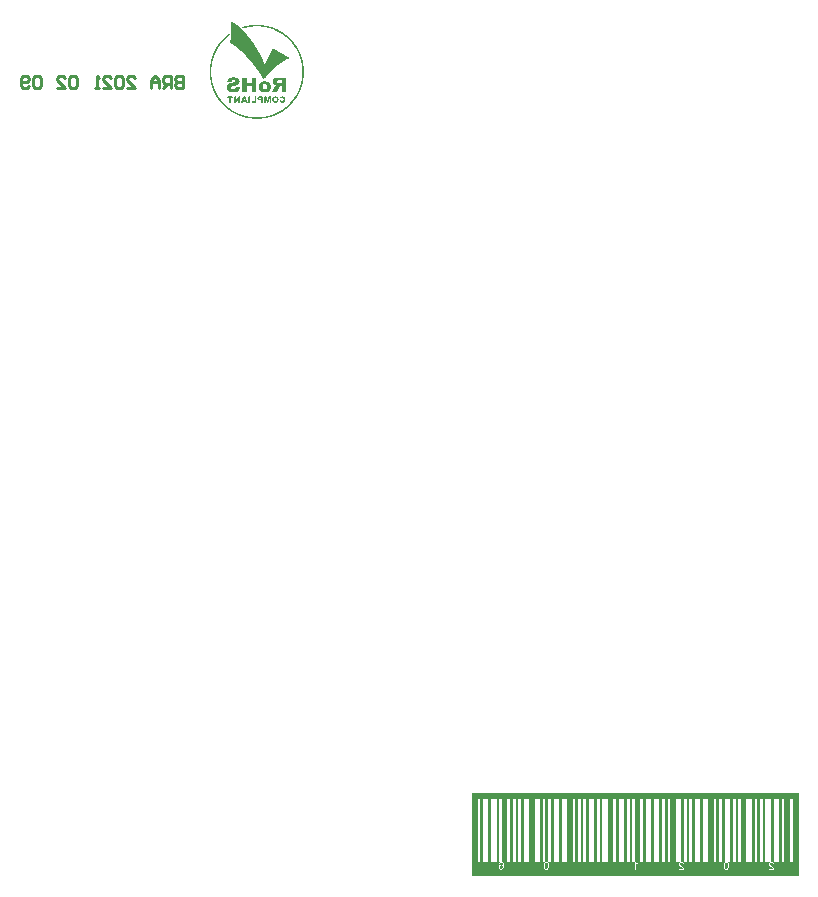
<source format=gbo>
G04*
G04 #@! TF.GenerationSoftware,Altium Limited,Altium Designer,21.0.8 (223)*
G04*
G04 Layer_Color=32896*
%FSLAX25Y25*%
%MOIN*%
G70*
G04*
G04 #@! TF.SameCoordinates,790BC176-E466-43CB-AF78-98272D84D4DC*
G04*
G04*
G04 #@! TF.FilePolarity,Positive*
G04*
G01*
G75*
%ADD10C,0.01000*%
G36*
X111701Y380557D02*
X111871D01*
Y380472D01*
X112040D01*
Y380387D01*
X112125D01*
Y380303D01*
X112294D01*
Y380218D01*
X112464D01*
Y380133D01*
X112549D01*
Y380048D01*
X112718D01*
Y379963D01*
X112803D01*
Y379879D01*
X112972D01*
Y379794D01*
X113057D01*
Y379709D01*
X113227D01*
Y379625D01*
X113312D01*
Y379540D01*
X113481D01*
Y379455D01*
X113566D01*
Y379370D01*
X113651D01*
Y379286D01*
X113735D01*
Y379201D01*
X113905D01*
Y379116D01*
X113989D01*
Y379031D01*
X114074D01*
Y378946D01*
X114159D01*
Y378862D01*
X114244D01*
Y378777D01*
X114413D01*
Y378692D01*
X114498D01*
Y378608D01*
X114583D01*
Y378523D01*
X114667D01*
Y378438D01*
X114752D01*
Y378353D01*
X114837D01*
Y378269D01*
X114922D01*
Y378184D01*
X115091D01*
Y378099D01*
X115176D01*
Y378014D01*
X115261D01*
Y377929D01*
X115346D01*
Y377845D01*
X115430D01*
Y377760D01*
X115515D01*
Y377675D01*
X115600D01*
Y377590D01*
X115684D01*
Y377506D01*
X115769D01*
Y377421D01*
X115854D01*
Y377336D01*
X115939D01*
Y377252D01*
X116024D01*
Y377167D01*
X116108D01*
Y377082D01*
X116193D01*
Y376997D01*
X116278D01*
Y376912D01*
X116363D01*
Y376828D01*
Y376743D01*
X116447D01*
Y376658D01*
X116532D01*
Y376573D01*
X116617D01*
Y376489D01*
X116701D01*
Y376404D01*
X116786D01*
Y376319D01*
X116871D01*
Y376235D01*
X116956D01*
Y376150D01*
X117041D01*
Y376065D01*
Y375980D01*
X117125D01*
Y375896D01*
X117210D01*
Y375811D01*
X117295D01*
Y375726D01*
X117379D01*
Y375641D01*
Y375556D01*
X117464D01*
Y375472D01*
X117549D01*
Y375387D01*
X117634D01*
Y375302D01*
X117719D01*
Y375218D01*
X117803D01*
Y375133D01*
Y375048D01*
X117888D01*
Y374963D01*
X117973D01*
Y374879D01*
X118058D01*
Y374794D01*
Y374709D01*
X118142D01*
Y374624D01*
X118227D01*
Y374539D01*
X118312D01*
Y374455D01*
Y374370D01*
X118396D01*
Y374285D01*
X118481D01*
Y374201D01*
Y374116D01*
X118566D01*
Y374031D01*
X118651D01*
Y373946D01*
X118736D01*
Y373862D01*
Y373777D01*
X118820D01*
Y373692D01*
X118905D01*
Y373607D01*
Y373522D01*
X118990D01*
Y373438D01*
X119074D01*
Y373353D01*
X119159D01*
Y373268D01*
Y373183D01*
X119244D01*
Y373099D01*
X119329D01*
Y373014D01*
Y372929D01*
X119413D01*
Y372845D01*
X119498D01*
Y372760D01*
Y372675D01*
X119583D01*
Y372590D01*
X119668D01*
Y372505D01*
Y372421D01*
X119753D01*
Y372336D01*
X119837D01*
Y372251D01*
Y372166D01*
X119922D01*
Y372082D01*
Y371997D01*
X120007D01*
Y371912D01*
Y371828D01*
X120091D01*
Y371743D01*
X120176D01*
Y371658D01*
X120261D01*
Y371573D01*
Y371488D01*
X120346D01*
Y371404D01*
Y371319D01*
X120431D01*
Y371234D01*
Y371149D01*
X120515D01*
Y371065D01*
X120600D01*
Y370980D01*
Y370895D01*
X120685D01*
Y370811D01*
Y370726D01*
X120770D01*
Y370641D01*
Y370556D01*
X120854D01*
Y370472D01*
X120939D01*
Y370387D01*
Y370302D01*
X121024D01*
Y370217D01*
Y370132D01*
X121108D01*
Y370048D01*
Y369963D01*
X121193D01*
Y369878D01*
X121278D01*
Y369794D01*
Y369709D01*
X121363D01*
Y369624D01*
Y369539D01*
X121448D01*
Y369455D01*
Y369370D01*
X121532D01*
Y369285D01*
Y369200D01*
X121617D01*
Y369115D01*
Y369031D01*
X121702D01*
Y368946D01*
Y368861D01*
X121786D01*
Y368776D01*
Y368692D01*
X121871D01*
Y368607D01*
X121956D01*
Y368522D01*
Y368438D01*
X122041D01*
Y368353D01*
Y368268D01*
X122125D01*
Y368183D01*
Y368098D01*
X122210D01*
Y368014D01*
Y367929D01*
Y367844D01*
X122295D01*
Y367759D01*
X122380D01*
Y367675D01*
Y367590D01*
Y367505D01*
X122465D01*
Y367421D01*
Y367336D01*
X122549D01*
Y367251D01*
Y367166D01*
X122634D01*
Y367081D01*
Y366997D01*
X122719D01*
Y366912D01*
Y366827D01*
Y366742D01*
X122803D01*
Y366658D01*
X122888D01*
Y366573D01*
Y366488D01*
X123058D01*
Y366573D01*
Y366658D01*
X123143D01*
Y366742D01*
Y366827D01*
X123227D01*
Y366912D01*
Y366997D01*
X123312D01*
Y367081D01*
Y367166D01*
X123397D01*
Y367251D01*
Y367336D01*
X123482D01*
Y367421D01*
X123566D01*
Y367505D01*
Y367590D01*
Y367675D01*
X123651D01*
Y367759D01*
Y367844D01*
X123736D01*
Y367929D01*
X123820D01*
Y368014D01*
Y368098D01*
X123905D01*
Y368183D01*
Y368268D01*
X123990D01*
Y368353D01*
Y368438D01*
X124075D01*
Y368522D01*
Y368607D01*
X124160D01*
Y368692D01*
Y368776D01*
X124244D01*
Y368861D01*
Y368946D01*
X124329D01*
Y369031D01*
Y369115D01*
X124414D01*
Y369200D01*
Y369285D01*
X124498D01*
Y369370D01*
Y369455D01*
X124583D01*
Y369539D01*
Y369624D01*
X124668D01*
Y369709D01*
Y369794D01*
X124753D01*
Y369878D01*
Y369963D01*
X124838D01*
Y370048D01*
Y370132D01*
X124922D01*
Y370217D01*
Y370302D01*
X125007D01*
Y370387D01*
X125092D01*
Y370472D01*
Y370556D01*
X125177D01*
Y370641D01*
Y370726D01*
X125261D01*
Y370811D01*
Y370895D01*
X125346D01*
Y370980D01*
Y371065D01*
X125431D01*
Y371149D01*
Y371234D01*
X125515D01*
Y371319D01*
Y371404D01*
X125600D01*
Y371488D01*
Y371573D01*
X125685D01*
Y371658D01*
X125770D01*
Y371573D01*
X125855D01*
Y371488D01*
X126024D01*
Y371404D01*
X126193D01*
Y371319D01*
X126363D01*
Y371234D01*
X126448D01*
Y371149D01*
X126617D01*
Y371065D01*
X126787D01*
Y370980D01*
X126872D01*
Y370895D01*
X127041D01*
Y370811D01*
X127126D01*
Y370726D01*
X127295D01*
Y370641D01*
X127465D01*
Y370556D01*
X127550D01*
Y370472D01*
X127719D01*
Y370387D01*
X127889D01*
Y370302D01*
X127973D01*
Y370217D01*
X128143D01*
Y370132D01*
X128312D01*
Y370048D01*
X128482D01*
Y369963D01*
X128567D01*
Y369878D01*
X128736D01*
Y369794D01*
X128821D01*
Y369709D01*
X128990D01*
Y369624D01*
X129160D01*
Y369539D01*
X129244D01*
Y369455D01*
X129414D01*
Y369370D01*
X129584D01*
Y369285D01*
X129668D01*
Y369200D01*
X129838D01*
Y369115D01*
X129922D01*
Y369031D01*
X130092D01*
Y368946D01*
X130262D01*
Y368861D01*
X130431D01*
Y368776D01*
X130516D01*
Y368692D01*
X130685D01*
Y368607D01*
X130770D01*
Y368522D01*
X130939D01*
Y368438D01*
X131109D01*
Y368353D01*
X131194D01*
Y368268D01*
X131109D01*
Y368183D01*
X130939D01*
Y368098D01*
X130685D01*
Y368014D01*
X130431D01*
Y367929D01*
X130262D01*
Y367844D01*
X130177D01*
Y367759D01*
X129922D01*
Y367675D01*
X129838D01*
Y367590D01*
X129668D01*
Y367505D01*
X129499D01*
Y367421D01*
X129414D01*
Y367336D01*
X129244D01*
Y367251D01*
X129075D01*
Y367166D01*
X128990D01*
Y367081D01*
X128821D01*
Y366997D01*
X128736D01*
Y366912D01*
X128651D01*
Y366827D01*
X128482D01*
Y366742D01*
X128397D01*
Y366658D01*
X128227D01*
Y366573D01*
X128143D01*
Y366488D01*
X128058D01*
Y366404D01*
X127889D01*
Y366319D01*
X127804D01*
Y366234D01*
X127719D01*
Y366149D01*
X127550D01*
Y366065D01*
X127465D01*
Y365980D01*
X127295D01*
Y365895D01*
X127210D01*
Y365810D01*
X127126D01*
Y365725D01*
X127041D01*
Y365641D01*
X126956D01*
Y365556D01*
X126872D01*
Y365471D01*
X126702D01*
Y365387D01*
X126617D01*
Y365302D01*
X126532D01*
Y365217D01*
X126448D01*
Y365132D01*
X126363D01*
Y365048D01*
X126278D01*
Y364963D01*
X126109D01*
Y364878D01*
X126024D01*
Y364793D01*
X125939D01*
Y364708D01*
X125855D01*
Y364624D01*
X125770D01*
Y364539D01*
X125685D01*
Y364454D01*
X125600D01*
Y364370D01*
X125515D01*
Y364285D01*
X125431D01*
Y364200D01*
X125346D01*
Y364115D01*
X125261D01*
Y364031D01*
X125177D01*
Y363946D01*
X125092D01*
Y363861D01*
X125007D01*
Y363776D01*
X124922D01*
Y363691D01*
X124838D01*
Y363607D01*
X124753D01*
Y363522D01*
X124668D01*
Y363437D01*
X124583D01*
Y363352D01*
X124498D01*
Y363268D01*
X124414D01*
Y363183D01*
X124329D01*
Y363098D01*
X124244D01*
Y363014D01*
X124160D01*
Y362929D01*
X124075D01*
Y362844D01*
X123990D01*
Y362759D01*
X123905D01*
Y362674D01*
X123820D01*
Y362590D01*
Y362505D01*
X123736D01*
Y362420D01*
X123651D01*
Y362335D01*
X123566D01*
Y362251D01*
X123482D01*
Y362166D01*
X123397D01*
Y362081D01*
X123312D01*
Y361997D01*
X123227D01*
Y361912D01*
Y361827D01*
X123143D01*
Y361742D01*
X123058D01*
Y361658D01*
X122973D01*
Y361573D01*
X122888D01*
Y361488D01*
X122803D01*
Y361403D01*
X122719D01*
Y361318D01*
Y361234D01*
X122549D01*
Y361318D01*
Y361403D01*
X122465D01*
Y361488D01*
X122380D01*
Y361573D01*
Y361658D01*
X122295D01*
Y361742D01*
Y361827D01*
X122210D01*
Y361912D01*
Y361997D01*
X122125D01*
Y362081D01*
X122041D01*
Y362166D01*
Y362251D01*
X121956D01*
Y362335D01*
X121871D01*
Y362420D01*
Y362505D01*
X121786D01*
Y362590D01*
Y362674D01*
X121702D01*
Y362759D01*
X121617D01*
Y362844D01*
Y362929D01*
X121532D01*
Y363014D01*
X121448D01*
Y363098D01*
Y363183D01*
X121363D01*
Y363268D01*
X121278D01*
Y363352D01*
X121193D01*
Y363437D01*
Y363522D01*
X121108D01*
Y363607D01*
Y363691D01*
X121024D01*
Y363776D01*
X120939D01*
Y363861D01*
X120854D01*
Y363946D01*
Y364031D01*
X120770D01*
Y364115D01*
X120685D01*
Y364200D01*
X120600D01*
Y364285D01*
Y364370D01*
X120515D01*
Y364454D01*
X120431D01*
Y364539D01*
X120346D01*
Y364624D01*
Y364708D01*
X120261D01*
Y364793D01*
X120176D01*
Y364878D01*
Y364963D01*
X120091D01*
Y365048D01*
X120007D01*
Y365132D01*
X119922D01*
Y365217D01*
Y365302D01*
X119837D01*
Y365387D01*
X119753D01*
Y365471D01*
X119668D01*
Y365556D01*
X119583D01*
Y365641D01*
Y365725D01*
X119498D01*
Y365810D01*
X119413D01*
Y365895D01*
X119329D01*
Y365980D01*
X119244D01*
Y366065D01*
Y366149D01*
X119159D01*
Y366234D01*
X119074D01*
Y366319D01*
X118990D01*
Y366404D01*
X118905D01*
Y366488D01*
Y366573D01*
X118820D01*
Y366658D01*
X118736D01*
Y366742D01*
X118651D01*
Y366827D01*
X118566D01*
Y366912D01*
X118481D01*
Y366997D01*
Y367081D01*
X118396D01*
Y367166D01*
X118312D01*
Y367251D01*
X118227D01*
Y367336D01*
X118142D01*
Y367421D01*
X118058D01*
Y367505D01*
Y367590D01*
X117888D01*
Y367675D01*
Y367759D01*
X117803D01*
Y367844D01*
X117719D01*
Y367929D01*
X117634D01*
Y368014D01*
X117549D01*
Y368098D01*
X117464D01*
Y368183D01*
Y368268D01*
X117379D01*
Y368353D01*
X117295D01*
Y368438D01*
X117210D01*
Y368522D01*
X117125D01*
Y368607D01*
X117041D01*
Y368692D01*
X116956D01*
Y368776D01*
X116871D01*
Y368861D01*
X116786D01*
Y368946D01*
X116701D01*
Y369031D01*
X116617D01*
Y369115D01*
Y369200D01*
X116532D01*
Y369285D01*
X116447D01*
Y369370D01*
X116363D01*
Y369455D01*
X116278D01*
Y369539D01*
X116193D01*
Y369624D01*
X116108D01*
Y369709D01*
X116024D01*
Y369794D01*
X115939D01*
Y369878D01*
X115854D01*
Y369963D01*
X115769D01*
Y370048D01*
X115684D01*
Y370132D01*
X115600D01*
Y370217D01*
X115515D01*
Y370302D01*
X115430D01*
Y370387D01*
X115346D01*
Y370472D01*
X115261D01*
Y370556D01*
X115091D01*
Y370641D01*
X115006D01*
Y370726D01*
X114922D01*
Y370811D01*
X114837D01*
Y370895D01*
X114752D01*
Y370980D01*
X114667D01*
Y371065D01*
X114583D01*
Y371149D01*
X114498D01*
Y371234D01*
X114413D01*
Y371319D01*
X114244D01*
Y371404D01*
X114159D01*
Y371488D01*
X114074D01*
Y371573D01*
X113989D01*
Y371658D01*
X113905D01*
Y371743D01*
X113735D01*
Y371828D01*
X113651D01*
Y371912D01*
X113566D01*
Y371997D01*
X113396D01*
Y372082D01*
X113312D01*
Y372166D01*
X113227D01*
Y372251D01*
X113142D01*
Y372336D01*
X112972D01*
Y372421D01*
X112888D01*
Y372505D01*
X112718D01*
Y372590D01*
X112634D01*
Y372675D01*
X112464D01*
Y372760D01*
X112294D01*
Y372845D01*
X112125D01*
Y372929D01*
X111955D01*
Y373014D01*
X111786D01*
Y373099D01*
X111617D01*
Y373183D01*
X111277D01*
Y373268D01*
Y373353D01*
Y373438D01*
X111362D01*
Y373522D01*
Y373607D01*
X111447D01*
Y373692D01*
Y373777D01*
Y373862D01*
X111532D01*
Y373946D01*
Y374031D01*
Y374116D01*
Y374201D01*
X111617D01*
Y374285D01*
Y374370D01*
Y374455D01*
Y374539D01*
X111701D01*
Y374624D01*
Y374709D01*
Y374794D01*
Y374879D01*
X111786D01*
Y374963D01*
Y375048D01*
Y375133D01*
Y375218D01*
Y375302D01*
Y375387D01*
Y375472D01*
X111871D01*
Y375556D01*
Y375641D01*
Y375726D01*
Y375811D01*
Y375896D01*
Y375980D01*
Y376065D01*
Y376150D01*
Y376235D01*
Y376319D01*
Y376404D01*
Y376489D01*
Y376573D01*
Y376658D01*
Y376743D01*
Y376828D01*
Y376912D01*
Y376997D01*
Y377082D01*
Y377167D01*
Y377252D01*
Y377336D01*
Y377421D01*
Y377506D01*
Y377590D01*
Y377675D01*
Y377760D01*
Y377845D01*
Y377929D01*
Y378014D01*
Y378099D01*
X111786D01*
Y378184D01*
Y378269D01*
Y378353D01*
Y378438D01*
Y378523D01*
Y378608D01*
Y378692D01*
Y378777D01*
X111701D01*
Y378862D01*
Y378946D01*
Y379031D01*
Y379116D01*
Y379201D01*
Y379286D01*
Y379370D01*
Y379455D01*
Y379540D01*
Y379625D01*
Y379709D01*
X111617D01*
Y379794D01*
Y379879D01*
Y379963D01*
Y380048D01*
Y380133D01*
Y380218D01*
Y380303D01*
Y380387D01*
Y380472D01*
Y380557D01*
Y380642D01*
X111701D01*
Y380557D01*
D02*
G37*
G36*
X120176Y361742D02*
Y361658D01*
Y361573D01*
Y361488D01*
Y361403D01*
Y361318D01*
Y361234D01*
Y361149D01*
Y361064D01*
Y360980D01*
Y360895D01*
Y360810D01*
Y360725D01*
Y360641D01*
Y360556D01*
Y360471D01*
Y360386D01*
Y360301D01*
Y360217D01*
Y360132D01*
Y360047D01*
Y359963D01*
Y359878D01*
Y359793D01*
Y359708D01*
Y359624D01*
Y359539D01*
Y359454D01*
Y359369D01*
Y359284D01*
Y359200D01*
Y359115D01*
Y359030D01*
Y358945D01*
Y358861D01*
Y358776D01*
Y358691D01*
Y358607D01*
Y358522D01*
Y358437D01*
Y358352D01*
Y358267D01*
Y358183D01*
Y358098D01*
Y358013D01*
Y357928D01*
Y357844D01*
Y357759D01*
Y357674D01*
Y357590D01*
Y357505D01*
Y357420D01*
Y357335D01*
Y357250D01*
Y357166D01*
Y357081D01*
Y356996D01*
X118651D01*
Y357081D01*
Y357166D01*
Y357250D01*
Y357335D01*
Y357420D01*
Y357505D01*
Y357590D01*
Y357674D01*
Y357759D01*
Y357844D01*
Y357928D01*
Y358013D01*
Y358098D01*
Y358183D01*
Y358267D01*
Y358352D01*
Y358437D01*
Y358522D01*
Y358607D01*
Y358691D01*
Y358776D01*
Y358861D01*
Y358945D01*
X117041D01*
Y358861D01*
Y358776D01*
Y358691D01*
Y358607D01*
Y358522D01*
Y358437D01*
Y358352D01*
Y358267D01*
Y358183D01*
Y358098D01*
Y358013D01*
Y357928D01*
Y357844D01*
Y357759D01*
Y357674D01*
Y357590D01*
Y357505D01*
Y357420D01*
Y357335D01*
Y357250D01*
Y357166D01*
Y357081D01*
Y356996D01*
X115515D01*
Y357081D01*
Y357166D01*
Y357250D01*
Y357335D01*
Y357420D01*
Y357505D01*
Y357590D01*
Y357674D01*
Y357759D01*
Y357844D01*
Y357928D01*
Y358013D01*
Y358098D01*
Y358183D01*
Y358267D01*
Y358352D01*
Y358437D01*
Y358522D01*
Y358607D01*
Y358691D01*
Y358776D01*
Y358861D01*
Y358945D01*
Y359030D01*
Y359115D01*
Y359200D01*
Y359284D01*
Y359369D01*
Y359454D01*
Y359539D01*
Y359624D01*
Y359708D01*
Y359793D01*
Y359878D01*
Y359963D01*
Y360047D01*
Y360132D01*
Y360217D01*
Y360301D01*
Y360386D01*
Y360471D01*
Y360556D01*
Y360641D01*
Y360725D01*
Y360810D01*
Y360895D01*
Y360980D01*
Y361064D01*
Y361149D01*
Y361234D01*
Y361318D01*
Y361403D01*
Y361488D01*
Y361573D01*
Y361658D01*
Y361742D01*
Y361827D01*
X116956D01*
Y361742D01*
X117041D01*
Y361658D01*
X116956D01*
Y361573D01*
X117041D01*
Y361488D01*
Y361403D01*
Y361318D01*
Y361234D01*
Y361149D01*
Y361064D01*
Y360980D01*
Y360895D01*
Y360810D01*
Y360725D01*
Y360641D01*
Y360556D01*
Y360471D01*
Y360386D01*
Y360301D01*
Y360217D01*
Y360132D01*
X118651D01*
Y360217D01*
Y360301D01*
Y360386D01*
Y360471D01*
Y360556D01*
Y360641D01*
Y360725D01*
Y360810D01*
Y360895D01*
Y360980D01*
Y361064D01*
Y361149D01*
Y361234D01*
Y361318D01*
Y361403D01*
Y361488D01*
Y361573D01*
Y361658D01*
Y361742D01*
Y361827D01*
X120176D01*
Y361742D01*
D02*
G37*
G36*
X130092D02*
Y361658D01*
Y361573D01*
Y361488D01*
Y361403D01*
Y361318D01*
Y361234D01*
Y361149D01*
Y361064D01*
Y360980D01*
Y360895D01*
Y360810D01*
Y360725D01*
Y360641D01*
Y360556D01*
Y360471D01*
Y360386D01*
Y360301D01*
Y360217D01*
Y360132D01*
Y360047D01*
Y359963D01*
Y359878D01*
Y359793D01*
Y359708D01*
Y359624D01*
Y359539D01*
Y359454D01*
Y359369D01*
Y359284D01*
Y359200D01*
Y359115D01*
Y359030D01*
Y358945D01*
Y358861D01*
Y358776D01*
Y358691D01*
Y358607D01*
Y358522D01*
Y358437D01*
Y358352D01*
Y358267D01*
Y358183D01*
Y358098D01*
Y358013D01*
Y357928D01*
Y357844D01*
Y357759D01*
Y357674D01*
Y357590D01*
Y357505D01*
Y357420D01*
Y357335D01*
Y357250D01*
Y357166D01*
Y357081D01*
Y356996D01*
X128567D01*
Y357081D01*
Y357166D01*
Y357250D01*
Y357335D01*
Y357420D01*
Y357505D01*
Y357590D01*
Y357674D01*
Y357759D01*
Y357844D01*
Y357928D01*
Y358013D01*
Y358098D01*
Y358183D01*
Y358267D01*
Y358352D01*
Y358437D01*
Y358522D01*
Y358607D01*
Y358691D01*
Y358776D01*
Y358861D01*
Y358945D01*
X128227D01*
Y358861D01*
X128058D01*
Y358776D01*
X127973D01*
Y358691D01*
X127889D01*
Y358607D01*
Y358522D01*
X127804D01*
Y358437D01*
Y358352D01*
X127719D01*
Y358267D01*
X127634D01*
Y358183D01*
Y358098D01*
X127550D01*
Y358013D01*
Y357928D01*
X127465D01*
Y357844D01*
Y357759D01*
X127380D01*
Y357674D01*
Y357590D01*
X127295D01*
Y357505D01*
Y357420D01*
X127210D01*
Y357335D01*
X127126D01*
Y357250D01*
Y357166D01*
X127041D01*
Y357081D01*
Y356996D01*
X125346D01*
Y357081D01*
Y357166D01*
X125431D01*
Y357250D01*
Y357335D01*
X125515D01*
Y357420D01*
Y357505D01*
X125600D01*
Y357590D01*
X125685D01*
Y357674D01*
Y357759D01*
X125770D01*
Y357844D01*
Y357928D01*
X125855D01*
Y358013D01*
Y358098D01*
X125939D01*
Y358183D01*
Y358267D01*
X126024D01*
Y358352D01*
Y358437D01*
X126109D01*
Y358522D01*
X126193D01*
Y358607D01*
Y358691D01*
X126278D01*
Y358776D01*
X126363D01*
Y358861D01*
X126448D01*
Y358945D01*
X126617D01*
Y359030D01*
X126702D01*
Y359115D01*
Y359200D01*
X126448D01*
Y359284D01*
X126278D01*
Y359369D01*
X126193D01*
Y359454D01*
X126109D01*
Y359539D01*
X126024D01*
Y359624D01*
X125939D01*
Y359708D01*
X125855D01*
Y359793D01*
Y359878D01*
X125770D01*
Y359963D01*
Y360047D01*
X125685D01*
Y360132D01*
Y360217D01*
Y360301D01*
Y360386D01*
Y360471D01*
Y360556D01*
Y360641D01*
Y360725D01*
Y360810D01*
Y360895D01*
X125770D01*
Y360980D01*
Y361064D01*
X125855D01*
Y361149D01*
Y361234D01*
X125939D01*
Y361318D01*
X126024D01*
Y361403D01*
Y361488D01*
X126193D01*
Y361573D01*
X126278D01*
Y361658D01*
X126448D01*
Y361742D01*
X126872D01*
Y361827D01*
X130092D01*
Y361742D01*
D02*
G37*
G36*
X123482Y360471D02*
X123820D01*
Y360386D01*
X124075D01*
Y360301D01*
X124160D01*
Y360217D01*
X124329D01*
Y360132D01*
X124414D01*
Y360047D01*
X124498D01*
Y359963D01*
X124583D01*
Y359878D01*
X124668D01*
Y359793D01*
X124753D01*
Y359708D01*
Y359624D01*
X124838D01*
Y359539D01*
Y359454D01*
X124922D01*
Y359369D01*
Y359284D01*
Y359200D01*
X125007D01*
Y359115D01*
Y359030D01*
Y358945D01*
Y358861D01*
Y358776D01*
Y358691D01*
Y358607D01*
Y358522D01*
Y358437D01*
Y358352D01*
Y358267D01*
X124922D01*
Y358183D01*
Y358098D01*
Y358013D01*
X124838D01*
Y357928D01*
Y357844D01*
Y357759D01*
X124753D01*
Y357674D01*
X124668D01*
Y357590D01*
X124583D01*
Y357505D01*
X124498D01*
Y357420D01*
X124414D01*
Y357335D01*
X124329D01*
Y357250D01*
X124244D01*
Y357166D01*
X124075D01*
Y357081D01*
X123905D01*
Y356996D01*
X123566D01*
Y356911D01*
X122380D01*
Y356996D01*
X122125D01*
Y357081D01*
X121956D01*
Y357166D01*
X121786D01*
Y357250D01*
X121617D01*
Y357335D01*
X121532D01*
Y357420D01*
X121448D01*
Y357505D01*
X121363D01*
Y357590D01*
X121278D01*
Y357674D01*
Y357759D01*
X121193D01*
Y357844D01*
X121108D01*
Y357928D01*
Y358013D01*
X121024D01*
Y358098D01*
Y358183D01*
Y358267D01*
Y358352D01*
X120939D01*
Y358437D01*
Y358522D01*
Y358607D01*
Y358691D01*
Y358776D01*
Y358861D01*
Y358945D01*
Y359030D01*
X121024D01*
Y359115D01*
Y359200D01*
Y359284D01*
Y359369D01*
X121108D01*
Y359454D01*
Y359539D01*
Y359624D01*
X121193D01*
Y359708D01*
X121278D01*
Y359793D01*
Y359878D01*
X121363D01*
Y359963D01*
X121448D01*
Y360047D01*
X121532D01*
Y360132D01*
X121617D01*
Y360217D01*
X121786D01*
Y360301D01*
X121871D01*
Y360386D01*
X122125D01*
Y360471D01*
X122465D01*
Y360556D01*
X123482D01*
Y360471D01*
D02*
G37*
G36*
X112972Y361827D02*
X113481D01*
Y361742D01*
X113735D01*
Y361658D01*
X113905D01*
Y361573D01*
X113989D01*
Y361488D01*
X114159D01*
Y361403D01*
X114244D01*
Y361318D01*
X114329D01*
Y361234D01*
Y361149D01*
X114413D01*
Y361064D01*
Y360980D01*
X114498D01*
Y360895D01*
Y360810D01*
Y360725D01*
Y360641D01*
X114583D01*
Y360556D01*
Y360471D01*
Y360386D01*
Y360301D01*
X114498D01*
Y360217D01*
Y360132D01*
Y360047D01*
Y359963D01*
X114413D01*
Y359878D01*
Y359793D01*
X114329D01*
Y359708D01*
X114244D01*
Y359624D01*
X114159D01*
Y359539D01*
X114074D01*
Y359454D01*
X113905D01*
Y359369D01*
X113820D01*
Y359284D01*
X113566D01*
Y359200D01*
X113396D01*
Y359115D01*
X113142D01*
Y359030D01*
X112803D01*
Y358945D01*
X112464D01*
Y358861D01*
X112210D01*
Y358776D01*
X112040D01*
Y358691D01*
X111871D01*
Y358607D01*
Y358522D01*
X111786D01*
Y358437D01*
Y358352D01*
Y358267D01*
Y358183D01*
Y358098D01*
X111871D01*
Y358013D01*
X111955D01*
Y357928D01*
X112125D01*
Y357844D01*
X112803D01*
Y357928D01*
X112972D01*
Y358013D01*
X113057D01*
Y358098D01*
X113142D01*
Y358183D01*
X113227D01*
Y358267D01*
Y358352D01*
X113312D01*
Y358437D01*
Y358522D01*
Y358607D01*
X114667D01*
Y358522D01*
X114752D01*
Y358437D01*
Y358352D01*
Y358267D01*
X114667D01*
Y358183D01*
Y358098D01*
Y358013D01*
Y357928D01*
X114583D01*
Y357844D01*
X114498D01*
Y357759D01*
Y357674D01*
X114413D01*
Y357590D01*
X114329D01*
Y357505D01*
Y357420D01*
X114244D01*
Y357335D01*
X114159D01*
Y357250D01*
X113989D01*
Y357166D01*
X113820D01*
Y357081D01*
X113651D01*
Y356996D01*
X113312D01*
Y356911D01*
X111786D01*
Y356996D01*
X111447D01*
Y357081D01*
X111277D01*
Y357166D01*
X111108D01*
Y357250D01*
X110939D01*
Y357335D01*
X110854D01*
Y357420D01*
X110769D01*
Y357505D01*
X110684D01*
Y357590D01*
X110600D01*
Y357674D01*
Y357759D01*
X110515D01*
Y357844D01*
Y357928D01*
X110430D01*
Y358013D01*
Y358098D01*
X110345D01*
Y358183D01*
Y358267D01*
Y358352D01*
Y358437D01*
Y358522D01*
Y358607D01*
Y358691D01*
Y358776D01*
Y358861D01*
Y358945D01*
X110430D01*
Y359030D01*
Y359115D01*
Y359200D01*
X110515D01*
Y359284D01*
X110600D01*
Y359369D01*
Y359454D01*
X110684D01*
Y359539D01*
X110769D01*
Y359624D01*
X110939D01*
Y359708D01*
X111023D01*
Y359793D01*
X111193D01*
Y359878D01*
X111447D01*
Y359963D01*
X111701D01*
Y360047D01*
X112040D01*
Y360132D01*
X112294D01*
Y360217D01*
X112718D01*
Y360301D01*
X112972D01*
Y360386D01*
X113057D01*
Y360471D01*
X113142D01*
Y360556D01*
X113227D01*
Y360641D01*
Y360725D01*
X113142D01*
Y360810D01*
X113057D01*
Y360895D01*
X112972D01*
Y360980D01*
X112803D01*
Y361064D01*
X112549D01*
Y360980D01*
X112294D01*
Y360895D01*
X112125D01*
Y360810D01*
X112040D01*
Y360725D01*
X111955D01*
Y360641D01*
Y360556D01*
Y360471D01*
X111871D01*
Y360386D01*
X111277D01*
Y360471D01*
X110515D01*
Y360556D01*
Y360641D01*
Y360725D01*
Y360810D01*
X110600D01*
Y360895D01*
Y360980D01*
X110684D01*
Y361064D01*
Y361149D01*
X110769D01*
Y361234D01*
Y361318D01*
X110854D01*
Y361403D01*
X110939D01*
Y361488D01*
X111023D01*
Y361573D01*
X111193D01*
Y361658D01*
X111362D01*
Y361742D01*
X111617D01*
Y361827D01*
X111955D01*
Y361912D01*
X112972D01*
Y361827D01*
D02*
G37*
G36*
X120091Y355471D02*
X120176D01*
Y355386D01*
Y355301D01*
Y355217D01*
Y355132D01*
Y355047D01*
Y354962D01*
Y354877D01*
Y354793D01*
Y354708D01*
Y354623D01*
Y354538D01*
Y354454D01*
Y354369D01*
Y354284D01*
Y354200D01*
Y354115D01*
Y354030D01*
Y353945D01*
Y353860D01*
Y353776D01*
Y353691D01*
Y353606D01*
Y353521D01*
Y353437D01*
X118566D01*
Y353521D01*
X118481D01*
Y353606D01*
X118566D01*
Y353691D01*
Y353776D01*
Y353860D01*
Y353945D01*
X119498D01*
Y354030D01*
X119583D01*
Y354115D01*
Y354200D01*
Y354284D01*
Y354369D01*
Y354454D01*
Y354538D01*
Y354623D01*
Y354708D01*
Y354793D01*
Y354877D01*
Y354962D01*
Y355047D01*
Y355132D01*
Y355217D01*
Y355301D01*
Y355386D01*
Y355471D01*
Y355556D01*
X119668D01*
Y355471D01*
X119753D01*
Y355556D01*
X119922D01*
Y355471D01*
X120007D01*
Y355556D01*
X120091D01*
Y355471D01*
D02*
G37*
G36*
X118142D02*
Y355386D01*
Y355301D01*
Y355217D01*
Y355132D01*
Y355047D01*
Y354962D01*
Y354877D01*
Y354793D01*
Y354708D01*
Y354623D01*
Y354538D01*
Y354454D01*
Y354369D01*
Y354284D01*
Y354200D01*
Y354115D01*
Y354030D01*
Y353945D01*
Y353860D01*
Y353776D01*
X118227D01*
Y353691D01*
X118142D01*
Y353606D01*
Y353521D01*
Y353437D01*
X117549D01*
Y353521D01*
Y353606D01*
Y353691D01*
Y353776D01*
Y353860D01*
Y353945D01*
Y354030D01*
Y354115D01*
Y354200D01*
Y354284D01*
Y354369D01*
Y354454D01*
Y354538D01*
Y354623D01*
Y354708D01*
Y354793D01*
Y354877D01*
Y354962D01*
Y355047D01*
Y355132D01*
Y355217D01*
Y355301D01*
Y355386D01*
Y355471D01*
X117634D01*
Y355556D01*
X117719D01*
Y355471D01*
X117803D01*
Y355556D01*
X118142D01*
Y355471D01*
D02*
G37*
G36*
X114667D02*
X114752D01*
Y355386D01*
Y355301D01*
Y355217D01*
Y355132D01*
Y355047D01*
Y354962D01*
Y354877D01*
Y354793D01*
Y354708D01*
Y354623D01*
Y354538D01*
Y354454D01*
Y354369D01*
Y354284D01*
Y354200D01*
Y354115D01*
Y354030D01*
Y353945D01*
Y353860D01*
Y353776D01*
Y353691D01*
Y353606D01*
Y353521D01*
Y353437D01*
X114159D01*
Y353521D01*
Y353606D01*
Y353691D01*
Y353776D01*
Y353860D01*
Y353945D01*
Y354030D01*
Y354115D01*
Y354200D01*
Y354284D01*
Y354369D01*
Y354454D01*
X114074D01*
Y354369D01*
X113989D01*
Y354284D01*
X113905D01*
Y354200D01*
Y354115D01*
X113820D01*
Y354030D01*
X113735D01*
Y353945D01*
Y353860D01*
X113651D01*
Y353776D01*
X113566D01*
Y353691D01*
Y353606D01*
X113481D01*
Y353521D01*
X113396D01*
Y353437D01*
X112803D01*
Y353521D01*
Y353606D01*
Y353691D01*
Y353776D01*
Y353860D01*
Y353945D01*
Y354030D01*
Y354115D01*
Y354200D01*
Y354284D01*
Y354369D01*
Y354454D01*
Y354538D01*
Y354623D01*
Y354708D01*
Y354793D01*
Y354877D01*
Y354962D01*
Y355047D01*
Y355132D01*
Y355217D01*
Y355301D01*
Y355386D01*
Y355471D01*
Y355556D01*
X112888D01*
Y355471D01*
X112972D01*
Y355556D01*
X113312D01*
Y355471D01*
X113396D01*
Y355386D01*
Y355301D01*
Y355217D01*
Y355132D01*
Y355047D01*
Y354962D01*
Y354877D01*
Y354793D01*
Y354708D01*
Y354623D01*
Y354538D01*
Y354454D01*
X113481D01*
Y354538D01*
X113566D01*
Y354623D01*
Y354708D01*
X113651D01*
Y354793D01*
X113735D01*
Y354877D01*
X113820D01*
Y354962D01*
Y355047D01*
X113905D01*
Y355132D01*
X113989D01*
Y355217D01*
Y355301D01*
X114074D01*
Y355386D01*
X114159D01*
Y355471D01*
X114244D01*
Y355556D01*
X114413D01*
Y355471D01*
X114498D01*
Y355556D01*
X114667D01*
Y355471D01*
D02*
G37*
G36*
X112464D02*
Y355386D01*
Y355301D01*
Y355217D01*
Y355132D01*
Y355047D01*
X111871D01*
Y354962D01*
X111786D01*
Y354877D01*
Y354793D01*
Y354708D01*
Y354623D01*
Y354538D01*
Y354454D01*
Y354369D01*
Y354284D01*
Y354200D01*
Y354115D01*
Y354030D01*
Y353945D01*
Y353860D01*
Y353776D01*
Y353691D01*
Y353606D01*
Y353521D01*
Y353437D01*
X111193D01*
Y353521D01*
Y353606D01*
Y353691D01*
Y353776D01*
Y353860D01*
Y353945D01*
Y354030D01*
Y354115D01*
Y354200D01*
Y354284D01*
Y354369D01*
Y354454D01*
Y354538D01*
Y354623D01*
Y354708D01*
Y354793D01*
Y354877D01*
Y354962D01*
Y355047D01*
X110515D01*
Y355132D01*
Y355217D01*
Y355301D01*
Y355386D01*
Y355471D01*
X110600D01*
Y355556D01*
X112210D01*
Y355471D01*
X112294D01*
Y355556D01*
X112464D01*
Y355471D01*
D02*
G37*
G36*
X125007D02*
X125092D01*
Y355386D01*
Y355301D01*
Y355217D01*
Y355132D01*
Y355047D01*
Y354962D01*
Y354877D01*
Y354793D01*
Y354708D01*
Y354623D01*
Y354538D01*
Y354454D01*
Y354369D01*
Y354284D01*
Y354200D01*
Y354115D01*
Y354030D01*
Y353945D01*
Y353860D01*
Y353776D01*
Y353691D01*
Y353606D01*
Y353521D01*
X125007D01*
Y353437D01*
X124583D01*
Y353521D01*
Y353606D01*
Y353691D01*
Y353776D01*
Y353860D01*
Y353945D01*
Y354030D01*
Y354115D01*
Y354200D01*
Y354284D01*
Y354369D01*
Y354454D01*
Y354538D01*
Y354623D01*
Y354708D01*
X124498D01*
Y354793D01*
X124414D01*
Y354708D01*
Y354623D01*
Y354538D01*
Y354454D01*
Y354369D01*
X124329D01*
Y354284D01*
Y354200D01*
Y354115D01*
Y354030D01*
X124244D01*
Y353945D01*
Y353860D01*
Y353776D01*
Y353691D01*
X124160D01*
Y353606D01*
Y353521D01*
Y353437D01*
X123651D01*
Y353521D01*
Y353606D01*
Y353691D01*
X123566D01*
Y353776D01*
Y353860D01*
Y353945D01*
Y354030D01*
X123482D01*
Y354115D01*
Y354200D01*
Y354284D01*
Y354369D01*
X123397D01*
Y354454D01*
Y354538D01*
Y354623D01*
Y354708D01*
Y354793D01*
X123227D01*
Y354708D01*
Y354623D01*
Y354538D01*
Y354454D01*
Y354369D01*
Y354284D01*
Y354200D01*
Y354115D01*
Y354030D01*
Y353945D01*
Y353860D01*
Y353776D01*
Y353691D01*
Y353606D01*
Y353521D01*
Y353437D01*
X122719D01*
Y353521D01*
Y353606D01*
Y353691D01*
Y353776D01*
Y353860D01*
Y353945D01*
Y354030D01*
Y354115D01*
Y354200D01*
Y354284D01*
Y354369D01*
Y354454D01*
Y354538D01*
Y354623D01*
Y354708D01*
Y354793D01*
Y354877D01*
Y354962D01*
Y355047D01*
Y355132D01*
Y355217D01*
Y355301D01*
Y355386D01*
Y355471D01*
X122803D01*
Y355556D01*
X122888D01*
Y355471D01*
X122973D01*
Y355556D01*
X123058D01*
Y355471D01*
X123143D01*
Y355556D01*
X123312D01*
Y355471D01*
X123397D01*
Y355556D01*
X123482D01*
Y355471D01*
X123566D01*
Y355386D01*
X123651D01*
Y355301D01*
Y355217D01*
Y355132D01*
Y355047D01*
X123736D01*
Y354962D01*
Y354877D01*
Y354793D01*
Y354708D01*
X123820D01*
Y354623D01*
Y354538D01*
Y354454D01*
Y354369D01*
X123990D01*
Y354454D01*
Y354538D01*
Y354623D01*
Y354708D01*
X124075D01*
Y354793D01*
Y354877D01*
Y354962D01*
Y355047D01*
X124160D01*
Y355132D01*
Y355217D01*
Y355301D01*
Y355386D01*
X124244D01*
Y355471D01*
X124329D01*
Y355556D01*
X125007D01*
Y355471D01*
D02*
G37*
G36*
X129075D02*
X129414D01*
Y355386D01*
X129499D01*
Y355301D01*
X129584D01*
Y355217D01*
X129668D01*
Y355132D01*
X129753D01*
Y355047D01*
Y354962D01*
X129838D01*
Y354877D01*
Y354793D01*
Y354708D01*
Y354623D01*
Y354538D01*
Y354454D01*
Y354369D01*
Y354284D01*
Y354200D01*
Y354115D01*
Y354030D01*
X129753D01*
Y353945D01*
Y353860D01*
X129668D01*
Y353776D01*
X129584D01*
Y353691D01*
X129499D01*
Y353606D01*
X129414D01*
Y353521D01*
X129244D01*
Y353437D01*
X128397D01*
Y353521D01*
X128227D01*
Y353606D01*
X128143D01*
Y353691D01*
X128058D01*
Y353776D01*
X127973D01*
Y353860D01*
Y353945D01*
X127889D01*
Y354030D01*
Y354115D01*
X127973D01*
Y354200D01*
X128227D01*
Y354284D01*
X128397D01*
Y354200D01*
X128482D01*
Y354115D01*
Y354030D01*
X128567D01*
Y353945D01*
X128736D01*
Y353860D01*
X128990D01*
Y353945D01*
X129075D01*
Y354030D01*
X129160D01*
Y354115D01*
Y354200D01*
X129244D01*
Y354284D01*
Y354369D01*
Y354454D01*
Y354538D01*
Y354623D01*
Y354708D01*
X129160D01*
Y354793D01*
Y354877D01*
Y354962D01*
X129075D01*
Y355047D01*
X128567D01*
Y354962D01*
X128482D01*
Y354877D01*
X128397D01*
Y354793D01*
X128227D01*
Y354877D01*
X127889D01*
Y354962D01*
Y355047D01*
X127973D01*
Y355132D01*
Y355217D01*
X128058D01*
Y355301D01*
X128143D01*
Y355386D01*
X128312D01*
Y355471D01*
X128567D01*
Y355556D01*
X129075D01*
Y355471D01*
D02*
G37*
G36*
X126872D02*
X127126D01*
Y355386D01*
X127295D01*
Y355301D01*
X127380D01*
Y355217D01*
Y355132D01*
X127465D01*
Y355047D01*
X127550D01*
Y354962D01*
Y354877D01*
Y354793D01*
X127634D01*
Y354708D01*
Y354623D01*
Y354538D01*
Y354454D01*
Y354369D01*
Y354284D01*
X127550D01*
Y354200D01*
Y354115D01*
Y354030D01*
Y353945D01*
X127465D01*
Y353860D01*
Y353776D01*
X127380D01*
Y353691D01*
X127295D01*
Y353606D01*
X127126D01*
Y353521D01*
X126956D01*
Y353437D01*
X126109D01*
Y353521D01*
X125939D01*
Y353606D01*
X125770D01*
Y353691D01*
X125685D01*
Y353776D01*
Y353860D01*
X125600D01*
Y353945D01*
X125515D01*
Y354030D01*
Y354115D01*
Y354200D01*
Y354284D01*
X125431D01*
Y354369D01*
Y354454D01*
Y354538D01*
Y354623D01*
Y354708D01*
X125515D01*
Y354793D01*
Y354877D01*
Y354962D01*
Y355047D01*
X125600D01*
Y355132D01*
X125685D01*
Y355217D01*
Y355301D01*
X125855D01*
Y355386D01*
X125939D01*
Y355471D01*
X126278D01*
Y355556D01*
X126872D01*
Y355471D01*
D02*
G37*
G36*
X122210D02*
X122295D01*
Y355386D01*
Y355301D01*
Y355217D01*
Y355132D01*
Y355047D01*
Y354962D01*
Y354877D01*
Y354793D01*
Y354708D01*
Y354623D01*
Y354538D01*
Y354454D01*
Y354369D01*
Y354284D01*
Y354200D01*
Y354115D01*
Y354030D01*
Y353945D01*
Y353860D01*
Y353776D01*
Y353691D01*
Y353606D01*
Y353521D01*
Y353437D01*
X121617D01*
Y353521D01*
Y353606D01*
Y353691D01*
Y353776D01*
Y353860D01*
Y353945D01*
Y354030D01*
Y354115D01*
Y354200D01*
X121448D01*
Y354284D01*
X121278D01*
Y354200D01*
X121193D01*
Y354284D01*
X120854D01*
Y354369D01*
X120685D01*
Y354454D01*
X120600D01*
Y354538D01*
Y354623D01*
X120515D01*
Y354708D01*
Y354793D01*
Y354877D01*
Y354962D01*
Y355047D01*
Y355132D01*
X120600D01*
Y355217D01*
Y355301D01*
X120685D01*
Y355386D01*
X120770D01*
Y355471D01*
X121108D01*
Y355556D01*
X122210D01*
Y355471D01*
D02*
G37*
G36*
X116447D02*
X116532D01*
Y355386D01*
X116617D01*
Y355301D01*
Y355217D01*
Y355132D01*
X116701D01*
Y355047D01*
Y354962D01*
Y354877D01*
X116786D01*
Y354793D01*
Y354708D01*
X116871D01*
Y354623D01*
Y354538D01*
Y354454D01*
X116956D01*
Y354369D01*
Y354284D01*
Y354200D01*
X117041D01*
Y354115D01*
Y354030D01*
X117125D01*
Y353945D01*
Y353860D01*
Y353776D01*
X117210D01*
Y353691D01*
Y353606D01*
Y353521D01*
X117295D01*
Y353437D01*
X116617D01*
Y353521D01*
Y353606D01*
Y353691D01*
X116532D01*
Y353776D01*
X115769D01*
Y353691D01*
X115684D01*
Y353606D01*
Y353521D01*
Y353437D01*
X115006D01*
Y353521D01*
Y353606D01*
X115091D01*
Y353691D01*
Y353776D01*
X115176D01*
Y353860D01*
Y353945D01*
Y354030D01*
X115261D01*
Y354115D01*
Y354200D01*
X115346D01*
Y354284D01*
Y354369D01*
Y354454D01*
X115430D01*
Y354538D01*
Y354623D01*
Y354708D01*
X115515D01*
Y354793D01*
Y354877D01*
Y354962D01*
X115600D01*
Y355047D01*
Y355132D01*
Y355217D01*
X115684D01*
Y355301D01*
Y355386D01*
X115769D01*
Y355471D01*
X116024D01*
Y355556D01*
X116447D01*
Y355471D01*
D02*
G37*
G36*
X121108Y379286D02*
X122125D01*
Y379201D01*
X122888D01*
Y379116D01*
X123397D01*
Y379031D01*
X123820D01*
Y378946D01*
X124160D01*
Y378862D01*
X124498D01*
Y378777D01*
X124838D01*
Y378692D01*
X125092D01*
Y378608D01*
X125346D01*
Y378523D01*
X125600D01*
Y378438D01*
X125855D01*
Y378353D01*
X126109D01*
Y378269D01*
X126363D01*
Y378184D01*
X126532D01*
Y378099D01*
X126702D01*
Y378014D01*
X126872D01*
Y377929D01*
X127041D01*
Y377845D01*
X127295D01*
Y377760D01*
X127465D01*
Y377675D01*
X127550D01*
Y377590D01*
X127719D01*
Y377506D01*
X127889D01*
Y377421D01*
X128058D01*
Y377336D01*
X128227D01*
Y377252D01*
X128312D01*
Y377167D01*
X128482D01*
Y377082D01*
X128651D01*
Y376997D01*
X128736D01*
Y376912D01*
X128905D01*
Y376828D01*
X129075D01*
Y376743D01*
X129160D01*
Y376658D01*
X129329D01*
Y376573D01*
X129414D01*
Y376489D01*
X129499D01*
Y376404D01*
X129668D01*
Y376319D01*
X129753D01*
Y376235D01*
X129838D01*
Y376150D01*
X130007D01*
Y376065D01*
X130092D01*
Y375980D01*
X130177D01*
Y375896D01*
X130262D01*
Y375811D01*
X130346D01*
Y375726D01*
X130516D01*
Y375641D01*
X130601D01*
Y375556D01*
X130685D01*
Y375472D01*
X130770D01*
Y375387D01*
X130855D01*
Y375302D01*
X130939D01*
Y375218D01*
X131109D01*
Y375133D01*
Y375048D01*
X131194D01*
Y374963D01*
X131279D01*
Y374879D01*
X131363D01*
Y374794D01*
X131533D01*
Y374709D01*
Y374624D01*
X131617D01*
Y374539D01*
X131787D01*
Y374455D01*
Y374370D01*
X131872D01*
Y374285D01*
X131957D01*
Y374201D01*
X132041D01*
Y374116D01*
X132126D01*
Y374031D01*
X132211D01*
Y373946D01*
X132296D01*
Y373862D01*
X132380D01*
Y373777D01*
X132465D01*
Y373692D01*
Y373607D01*
X132550D01*
Y373522D01*
X132634D01*
Y373438D01*
X132719D01*
Y373353D01*
X132804D01*
Y373268D01*
Y373183D01*
X132889D01*
Y373099D01*
X132974D01*
Y373014D01*
X133058D01*
Y372929D01*
Y372845D01*
X133143D01*
Y372760D01*
X133228D01*
Y372675D01*
X133312D01*
Y372590D01*
Y372505D01*
X133397D01*
Y372421D01*
X133482D01*
Y372336D01*
Y372251D01*
X133567D01*
Y372166D01*
X133651D01*
Y372082D01*
Y371997D01*
X133736D01*
Y371912D01*
Y371828D01*
X133821D01*
Y371743D01*
X133906D01*
Y371658D01*
Y371573D01*
X133991D01*
Y371488D01*
Y371404D01*
X134075D01*
Y371319D01*
X134160D01*
Y371234D01*
Y371149D01*
X134245D01*
Y371065D01*
Y370980D01*
X134329D01*
Y370895D01*
Y370811D01*
X134414D01*
Y370726D01*
Y370641D01*
X134499D01*
Y370556D01*
Y370472D01*
X134584D01*
Y370387D01*
Y370302D01*
Y370217D01*
X134669D01*
Y370132D01*
Y370048D01*
X134753D01*
Y369963D01*
Y369878D01*
X134838D01*
Y369794D01*
Y369709D01*
Y369624D01*
X134923D01*
Y369539D01*
Y369455D01*
X135008D01*
Y369370D01*
Y369285D01*
Y369200D01*
X135092D01*
Y369115D01*
Y369031D01*
Y368946D01*
X135177D01*
Y368861D01*
Y368776D01*
X135262D01*
Y368692D01*
Y368607D01*
Y368522D01*
X135346D01*
Y368438D01*
Y368353D01*
Y368268D01*
X135431D01*
Y368183D01*
Y368098D01*
Y368014D01*
Y367929D01*
X135516D01*
Y367844D01*
Y367759D01*
Y367675D01*
Y367590D01*
X135601D01*
Y367505D01*
Y367421D01*
Y367336D01*
Y367251D01*
Y367166D01*
X135686D01*
Y367081D01*
Y366997D01*
Y366912D01*
Y366827D01*
Y366742D01*
X135770D01*
Y366658D01*
Y366573D01*
Y366488D01*
Y366404D01*
Y366319D01*
X135855D01*
Y366234D01*
Y366149D01*
Y366065D01*
Y365980D01*
Y365895D01*
Y365810D01*
Y365725D01*
X135940D01*
Y365641D01*
Y365556D01*
Y365471D01*
Y365387D01*
Y365302D01*
Y365217D01*
Y365132D01*
Y365048D01*
Y364963D01*
Y364878D01*
Y364793D01*
Y364708D01*
Y364624D01*
X136024D01*
Y364539D01*
Y364454D01*
Y364370D01*
Y364285D01*
Y364200D01*
Y364115D01*
Y364031D01*
Y363946D01*
Y363861D01*
Y363776D01*
Y363691D01*
Y363607D01*
Y363522D01*
Y363437D01*
Y363352D01*
Y363268D01*
Y363183D01*
Y363098D01*
Y363014D01*
Y362929D01*
Y362844D01*
Y362759D01*
X135940D01*
Y362674D01*
Y362590D01*
Y362505D01*
Y362420D01*
Y362335D01*
Y362251D01*
Y362166D01*
Y362081D01*
Y361997D01*
Y361912D01*
Y361827D01*
Y361742D01*
X135855D01*
Y361658D01*
Y361573D01*
Y361488D01*
Y361403D01*
Y361318D01*
Y361234D01*
Y361149D01*
Y361064D01*
X135770D01*
Y360980D01*
Y360895D01*
Y360810D01*
Y360725D01*
Y360641D01*
X135686D01*
Y360556D01*
Y360471D01*
Y360386D01*
Y360301D01*
Y360217D01*
Y360132D01*
X135601D01*
Y360047D01*
Y359963D01*
Y359878D01*
Y359793D01*
X135516D01*
Y359708D01*
Y359624D01*
Y359539D01*
Y359454D01*
X135431D01*
Y359369D01*
Y359284D01*
Y359200D01*
X135346D01*
Y359115D01*
Y359030D01*
Y358945D01*
X135262D01*
Y358861D01*
Y358776D01*
Y358691D01*
Y358607D01*
X135177D01*
Y358522D01*
Y358437D01*
X135092D01*
Y358352D01*
Y358267D01*
Y358183D01*
X135008D01*
Y358098D01*
Y358013D01*
Y357928D01*
X134923D01*
Y357844D01*
Y357759D01*
X134838D01*
Y357674D01*
Y357590D01*
Y357505D01*
X134753D01*
Y357420D01*
Y357335D01*
X134669D01*
Y357250D01*
Y357166D01*
X134584D01*
Y357081D01*
Y356996D01*
X134499D01*
Y356911D01*
Y356827D01*
Y356742D01*
X134414D01*
Y356657D01*
Y356573D01*
X134329D01*
Y356488D01*
Y356403D01*
X134245D01*
Y356318D01*
Y356234D01*
X134160D01*
Y356149D01*
X134075D01*
Y356064D01*
Y355979D01*
X133991D01*
Y355894D01*
Y355810D01*
X133906D01*
Y355725D01*
X133821D01*
Y355640D01*
Y355556D01*
X133736D01*
Y355471D01*
Y355386D01*
X133651D01*
Y355301D01*
X133567D01*
Y355217D01*
Y355132D01*
X133482D01*
Y355047D01*
X133397D01*
Y354962D01*
Y354877D01*
X133312D01*
Y354793D01*
Y354708D01*
X133228D01*
Y354623D01*
X133143D01*
Y354538D01*
X133058D01*
Y354454D01*
Y354369D01*
X132974D01*
Y354284D01*
X132889D01*
Y354200D01*
X132804D01*
Y354115D01*
Y354030D01*
X132719D01*
Y353945D01*
X132634D01*
Y353860D01*
X132550D01*
Y353776D01*
X132465D01*
Y353691D01*
Y353606D01*
X132380D01*
Y353521D01*
X132296D01*
Y353437D01*
X132211D01*
Y353352D01*
X132126D01*
Y353267D01*
X132041D01*
Y353183D01*
X131957D01*
Y353098D01*
X131872D01*
Y353013D01*
X131787D01*
Y352928D01*
X131702D01*
Y352843D01*
X131617D01*
Y352759D01*
X131533D01*
Y352674D01*
X131448D01*
Y352589D01*
X131363D01*
Y352504D01*
X131279D01*
Y352420D01*
X131194D01*
Y352335D01*
X131109D01*
Y352250D01*
X131024D01*
Y352166D01*
X130939D01*
Y352081D01*
X130855D01*
Y351996D01*
X130770D01*
Y351911D01*
X130685D01*
Y351827D01*
X130601D01*
Y351742D01*
X130431D01*
Y351657D01*
X130346D01*
Y351572D01*
X130262D01*
Y351487D01*
X130177D01*
Y351403D01*
X130092D01*
Y351318D01*
X129922D01*
Y351233D01*
X129838D01*
Y351149D01*
X129753D01*
Y351064D01*
X129584D01*
Y350979D01*
X129499D01*
Y350894D01*
X129414D01*
Y350810D01*
X129244D01*
Y350725D01*
X129160D01*
Y350640D01*
X128990D01*
Y350555D01*
X128905D01*
Y350470D01*
X128736D01*
Y350386D01*
X128651D01*
Y350301D01*
X128482D01*
Y350216D01*
X128312D01*
Y350132D01*
X128227D01*
Y350047D01*
X128058D01*
Y349962D01*
X127889D01*
Y349877D01*
X127719D01*
Y349793D01*
X127550D01*
Y349708D01*
X127380D01*
Y349623D01*
X127210D01*
Y349538D01*
X127041D01*
Y349453D01*
X126872D01*
Y349369D01*
X126702D01*
Y349284D01*
X126448D01*
Y349199D01*
X126278D01*
Y349114D01*
X126024D01*
Y349030D01*
X125855D01*
Y348945D01*
X125600D01*
Y348860D01*
X125346D01*
Y348776D01*
X125007D01*
Y348691D01*
X124753D01*
Y348606D01*
X124498D01*
Y348521D01*
X124160D01*
Y348436D01*
X123736D01*
Y348352D01*
X123312D01*
Y348267D01*
X122719D01*
Y348182D01*
X121956D01*
Y348097D01*
X118651D01*
Y348182D01*
X117888D01*
Y348267D01*
X117379D01*
Y348352D01*
X116956D01*
Y348436D01*
X116532D01*
Y348521D01*
X116193D01*
Y348606D01*
X115854D01*
Y348691D01*
X115600D01*
Y348776D01*
X115346D01*
Y348860D01*
X115091D01*
Y348945D01*
X114837D01*
Y349030D01*
X114583D01*
Y349114D01*
X114413D01*
Y349199D01*
X114159D01*
Y349284D01*
X113989D01*
Y349369D01*
X113820D01*
Y349453D01*
X113651D01*
Y349538D01*
X113481D01*
Y349623D01*
X113227D01*
Y349708D01*
X113057D01*
Y349793D01*
X112972D01*
Y349877D01*
X112803D01*
Y349962D01*
X112634D01*
Y350047D01*
X112464D01*
Y350132D01*
X112294D01*
Y350216D01*
X112210D01*
Y350301D01*
X112040D01*
Y350386D01*
X111871D01*
Y350470D01*
X111786D01*
Y350555D01*
X111617D01*
Y350640D01*
X111532D01*
Y350725D01*
X111362D01*
Y350810D01*
X111277D01*
Y350894D01*
X111193D01*
Y350979D01*
X111023D01*
Y351064D01*
X110939D01*
Y351149D01*
X110854D01*
Y351233D01*
X110684D01*
Y351318D01*
X110600D01*
Y351403D01*
X110515D01*
Y351487D01*
X110430D01*
Y351572D01*
X110260D01*
Y351657D01*
X110176D01*
Y351742D01*
X110091D01*
Y351827D01*
X110006D01*
Y351911D01*
X109922D01*
Y351996D01*
X109837D01*
Y352081D01*
X109667D01*
Y352166D01*
X109582D01*
Y352250D01*
X109498D01*
Y352335D01*
X109413D01*
Y352420D01*
X109328D01*
Y352504D01*
X109244D01*
Y352589D01*
X109159D01*
Y352674D01*
X109074D01*
Y352759D01*
X108989D01*
Y352843D01*
X108905D01*
Y352928D01*
X108820D01*
Y353013D01*
X108735D01*
Y353098D01*
Y353183D01*
X108650D01*
Y353267D01*
X108565D01*
Y353352D01*
X108481D01*
Y353437D01*
X108396D01*
Y353521D01*
X108311D01*
Y353606D01*
X108227D01*
Y353691D01*
X108142D01*
Y353776D01*
X108057D01*
Y353860D01*
Y353945D01*
X107972D01*
Y354030D01*
X107887D01*
Y354115D01*
X107803D01*
Y354200D01*
Y354284D01*
X107718D01*
Y354369D01*
X107633D01*
Y354454D01*
X107548D01*
Y354538D01*
Y354623D01*
X107464D01*
Y354708D01*
X107379D01*
Y354793D01*
Y354877D01*
X107294D01*
Y354962D01*
X107210D01*
Y355047D01*
X107125D01*
Y355132D01*
Y355217D01*
X107040D01*
Y355301D01*
Y355386D01*
X106955D01*
Y355471D01*
X106870D01*
Y355556D01*
Y355640D01*
X106786D01*
Y355725D01*
Y355810D01*
X106701D01*
Y355894D01*
X106616D01*
Y355979D01*
Y356064D01*
X106532D01*
Y356149D01*
Y356234D01*
X106447D01*
Y356318D01*
Y356403D01*
X106362D01*
Y356488D01*
Y356573D01*
X106277D01*
Y356657D01*
Y356742D01*
X106193D01*
Y356827D01*
Y356911D01*
X106108D01*
Y356996D01*
Y357081D01*
X106023D01*
Y357166D01*
Y357250D01*
X105938D01*
Y357335D01*
Y357420D01*
X105853D01*
Y357505D01*
Y357590D01*
Y357674D01*
X105769D01*
Y357759D01*
Y357844D01*
X105684D01*
Y357928D01*
Y358013D01*
Y358098D01*
X105599D01*
Y358183D01*
Y358267D01*
Y358352D01*
X105515D01*
Y358437D01*
Y358522D01*
X105430D01*
Y358607D01*
Y358691D01*
Y358776D01*
X105345D01*
Y358861D01*
Y358945D01*
Y359030D01*
X105260D01*
Y359115D01*
Y359200D01*
Y359284D01*
Y359369D01*
Y359454D01*
X105175D01*
Y359539D01*
Y359624D01*
Y359708D01*
X105091D01*
Y359793D01*
Y359878D01*
Y359963D01*
Y360047D01*
X105006D01*
Y360132D01*
Y360217D01*
Y360301D01*
Y360386D01*
Y360471D01*
X104921D01*
Y360556D01*
Y360641D01*
Y360725D01*
Y360810D01*
Y360895D01*
X104836D01*
Y360980D01*
Y361064D01*
Y361149D01*
Y361234D01*
Y361318D01*
Y361403D01*
Y361488D01*
X104752D01*
Y361573D01*
Y361658D01*
Y361742D01*
Y361827D01*
Y361912D01*
Y361997D01*
Y362081D01*
Y362166D01*
Y362251D01*
Y362335D01*
X104667D01*
Y362420D01*
Y362505D01*
Y362590D01*
Y362674D01*
Y362759D01*
Y362844D01*
Y362929D01*
Y363014D01*
Y363098D01*
Y363183D01*
Y363268D01*
Y363352D01*
Y363437D01*
Y363522D01*
Y363607D01*
Y363691D01*
Y363776D01*
Y363861D01*
Y363946D01*
Y364031D01*
Y364115D01*
Y364200D01*
Y364285D01*
Y364370D01*
Y364454D01*
Y364539D01*
Y364624D01*
Y364708D01*
Y364793D01*
Y364878D01*
Y364963D01*
Y365048D01*
X104752D01*
Y365132D01*
Y365217D01*
Y365302D01*
Y365387D01*
Y365471D01*
Y365556D01*
Y365641D01*
Y365725D01*
Y365810D01*
Y365895D01*
X104836D01*
Y365980D01*
Y366065D01*
Y366149D01*
Y366234D01*
Y366319D01*
Y366404D01*
Y366488D01*
X104921D01*
Y366573D01*
Y366658D01*
Y366742D01*
Y366827D01*
Y366912D01*
X105006D01*
Y366997D01*
Y367081D01*
Y367166D01*
Y367251D01*
Y367336D01*
X105091D01*
Y367421D01*
Y367505D01*
Y367590D01*
Y367675D01*
Y367759D01*
X105175D01*
Y367844D01*
Y367929D01*
Y368014D01*
X105260D01*
Y368098D01*
Y368183D01*
Y368268D01*
X105345D01*
Y368353D01*
Y368438D01*
Y368522D01*
Y368607D01*
X105430D01*
Y368692D01*
Y368776D01*
Y368861D01*
X105515D01*
Y368946D01*
Y369031D01*
Y369115D01*
X105599D01*
Y369200D01*
Y369285D01*
Y369370D01*
X105684D01*
Y369455D01*
Y369539D01*
X105769D01*
Y369624D01*
Y369709D01*
Y369794D01*
X105853D01*
Y369878D01*
Y369963D01*
X105938D01*
Y370048D01*
Y370132D01*
X106023D01*
Y370217D01*
Y370302D01*
X106108D01*
Y370387D01*
Y370472D01*
Y370556D01*
X106193D01*
Y370641D01*
X106277D01*
Y370726D01*
Y370811D01*
X106362D01*
Y370895D01*
Y370980D01*
X106447D01*
Y371065D01*
Y371149D01*
X106532D01*
Y371234D01*
Y371319D01*
X106616D01*
Y371404D01*
Y371488D01*
X106701D01*
Y371573D01*
Y371658D01*
X106786D01*
Y371743D01*
X106870D01*
Y371828D01*
Y371912D01*
X106955D01*
Y371997D01*
X107040D01*
Y372082D01*
Y372166D01*
X107125D01*
Y372251D01*
Y372336D01*
X107210D01*
Y372421D01*
X107294D01*
Y372505D01*
Y372590D01*
X107379D01*
Y372675D01*
X107464D01*
Y372760D01*
Y372845D01*
X107548D01*
Y372929D01*
X107633D01*
Y373014D01*
X107718D01*
Y373099D01*
Y373183D01*
X107803D01*
Y373268D01*
X107887D01*
Y373353D01*
X107972D01*
Y373438D01*
X108057D01*
Y373522D01*
Y373607D01*
X108142D01*
Y373692D01*
X108227D01*
Y373777D01*
X108311D01*
Y373862D01*
X108396D01*
Y373946D01*
X108481D01*
Y374031D01*
X108565D01*
Y374116D01*
Y374201D01*
X108650D01*
Y374285D01*
X108735D01*
Y374370D01*
X108820D01*
Y374455D01*
X108905D01*
Y374539D01*
X108989D01*
Y374624D01*
X109074D01*
Y374709D01*
X109159D01*
Y374794D01*
X109244D01*
Y374879D01*
X109328D01*
Y374963D01*
X109413D01*
Y375048D01*
X109498D01*
Y375133D01*
X109582D01*
Y375218D01*
X109667D01*
Y375302D01*
X109752D01*
Y375387D01*
X109922D01*
Y375472D01*
X110006D01*
Y375556D01*
X110091D01*
Y375641D01*
X110176D01*
Y375726D01*
X110260D01*
Y375811D01*
X110345D01*
Y375896D01*
X110515D01*
Y375980D01*
X110600D01*
Y376065D01*
X110684D01*
Y376150D01*
X110769D01*
Y376235D01*
X110939D01*
Y376319D01*
X111023D01*
Y376404D01*
X111108D01*
Y376489D01*
X111277D01*
Y376573D01*
X111362D01*
Y376489D01*
Y376404D01*
Y376319D01*
Y376235D01*
Y376150D01*
Y376065D01*
Y375980D01*
X111277D01*
Y375896D01*
X111193D01*
Y375811D01*
X111108D01*
Y375726D01*
X111023D01*
Y375641D01*
X110939D01*
Y375556D01*
X110769D01*
Y375472D01*
X110684D01*
Y375387D01*
X110600D01*
Y375302D01*
X110515D01*
Y375218D01*
X110430D01*
Y375133D01*
X110260D01*
Y375048D01*
X110176D01*
Y374963D01*
X110091D01*
Y374879D01*
X110006D01*
Y374794D01*
X109922D01*
Y374709D01*
X109837D01*
Y374624D01*
X109752D01*
Y374539D01*
X109667D01*
Y374455D01*
X109582D01*
Y374370D01*
X109498D01*
Y374285D01*
X109413D01*
Y374201D01*
X109328D01*
Y374116D01*
X109244D01*
Y374031D01*
X109159D01*
Y373946D01*
X109074D01*
Y373862D01*
X108989D01*
Y373777D01*
X108905D01*
Y373692D01*
X108820D01*
Y373607D01*
X108735D01*
Y373522D01*
Y373438D01*
X108650D01*
Y373353D01*
X108565D01*
Y373268D01*
X108481D01*
Y373183D01*
X108396D01*
Y373099D01*
Y373014D01*
X108311D01*
Y372929D01*
X108227D01*
Y372845D01*
X108142D01*
Y372760D01*
X108057D01*
Y372675D01*
Y372590D01*
X107972D01*
Y372505D01*
X107887D01*
Y372421D01*
Y372336D01*
X107803D01*
Y372251D01*
X107718D01*
Y372166D01*
Y372082D01*
X107633D01*
Y371997D01*
X107548D01*
Y371912D01*
Y371828D01*
X107464D01*
Y371743D01*
X107379D01*
Y371658D01*
Y371573D01*
X107294D01*
Y371488D01*
Y371404D01*
X107210D01*
Y371319D01*
X107125D01*
Y371234D01*
Y371149D01*
X107040D01*
Y371065D01*
Y370980D01*
X106955D01*
Y370895D01*
Y370811D01*
X106870D01*
Y370726D01*
Y370641D01*
X106786D01*
Y370556D01*
Y370472D01*
X106701D01*
Y370387D01*
X106616D01*
Y370302D01*
Y370217D01*
Y370132D01*
X106532D01*
Y370048D01*
Y369963D01*
X106447D01*
Y369878D01*
Y369794D01*
X106362D01*
Y369709D01*
Y369624D01*
X106277D01*
Y369539D01*
Y369455D01*
Y369370D01*
X106193D01*
Y369285D01*
Y369200D01*
X106108D01*
Y369115D01*
Y369031D01*
Y368946D01*
X106023D01*
Y368861D01*
Y368776D01*
Y368692D01*
X105938D01*
Y368607D01*
Y368522D01*
Y368438D01*
X105853D01*
Y368353D01*
Y368268D01*
Y368183D01*
X105769D01*
Y368098D01*
Y368014D01*
Y367929D01*
X105684D01*
Y367844D01*
Y367759D01*
Y367675D01*
Y367590D01*
X105599D01*
Y367505D01*
Y367421D01*
Y367336D01*
Y367251D01*
X105515D01*
Y367166D01*
Y367081D01*
Y366997D01*
Y366912D01*
X105430D01*
Y366827D01*
Y366742D01*
Y366658D01*
Y366573D01*
Y366488D01*
X105345D01*
Y366404D01*
Y366319D01*
Y366234D01*
Y366149D01*
Y366065D01*
Y365980D01*
X105260D01*
Y365895D01*
Y365810D01*
Y365725D01*
Y365641D01*
Y365556D01*
Y365471D01*
Y365387D01*
Y365302D01*
X105175D01*
Y365217D01*
Y365132D01*
Y365048D01*
Y364963D01*
Y364878D01*
Y364793D01*
Y364708D01*
Y364624D01*
Y364539D01*
Y364454D01*
Y364370D01*
Y364285D01*
Y364200D01*
Y364115D01*
Y364031D01*
Y363946D01*
Y363861D01*
Y363776D01*
X105091D01*
Y363691D01*
Y363607D01*
Y363522D01*
X105175D01*
Y363437D01*
Y363352D01*
Y363268D01*
Y363183D01*
Y363098D01*
Y363014D01*
Y362929D01*
Y362844D01*
Y362759D01*
Y362674D01*
Y362590D01*
Y362505D01*
Y362420D01*
Y362335D01*
Y362251D01*
Y362166D01*
X105260D01*
Y362081D01*
Y361997D01*
Y361912D01*
Y361827D01*
Y361742D01*
Y361658D01*
Y361573D01*
Y361488D01*
Y361403D01*
X105345D01*
Y361318D01*
Y361234D01*
Y361149D01*
Y361064D01*
Y360980D01*
Y360895D01*
X105430D01*
Y360810D01*
Y360725D01*
Y360641D01*
Y360556D01*
Y360471D01*
X105515D01*
Y360386D01*
Y360301D01*
Y360217D01*
Y360132D01*
X105599D01*
Y360047D01*
Y359963D01*
Y359878D01*
Y359793D01*
X105684D01*
Y359708D01*
Y359624D01*
Y359539D01*
Y359454D01*
X105769D01*
Y359369D01*
Y359284D01*
Y359200D01*
X105853D01*
Y359115D01*
Y359030D01*
Y358945D01*
X105938D01*
Y358861D01*
Y358776D01*
Y358691D01*
X106023D01*
Y358607D01*
Y358522D01*
Y358437D01*
X106108D01*
Y358352D01*
Y358267D01*
Y358183D01*
X106193D01*
Y358098D01*
Y358013D01*
X106277D01*
Y357928D01*
Y357844D01*
X106362D01*
Y357759D01*
Y357674D01*
Y357590D01*
X106447D01*
Y357505D01*
Y357420D01*
X106532D01*
Y357335D01*
Y357250D01*
X106616D01*
Y357166D01*
Y357081D01*
X106701D01*
Y356996D01*
Y356911D01*
X106786D01*
Y356827D01*
Y356742D01*
X106870D01*
Y356657D01*
Y356573D01*
X106955D01*
Y356488D01*
Y356403D01*
X107040D01*
Y356318D01*
Y356234D01*
X107125D01*
Y356149D01*
Y356064D01*
X107210D01*
Y355979D01*
X107294D01*
Y355894D01*
Y355810D01*
X107379D01*
Y355725D01*
Y355640D01*
X107464D01*
Y355556D01*
X107548D01*
Y355471D01*
Y355386D01*
X107633D01*
Y355301D01*
X107718D01*
Y355217D01*
Y355132D01*
X107803D01*
Y355047D01*
X107887D01*
Y354962D01*
Y354877D01*
X107972D01*
Y354793D01*
X108057D01*
Y354708D01*
X108142D01*
Y354623D01*
Y354538D01*
X108227D01*
Y354454D01*
X108311D01*
Y354369D01*
X108396D01*
Y354284D01*
X108481D01*
Y354200D01*
Y354115D01*
X108565D01*
Y354030D01*
X108650D01*
Y353945D01*
X108735D01*
Y353860D01*
X108820D01*
Y353776D01*
Y353691D01*
X108905D01*
Y353606D01*
X108989D01*
Y353521D01*
X109074D01*
Y353437D01*
X109159D01*
Y353352D01*
X109244D01*
Y353267D01*
X109328D01*
Y353183D01*
X109413D01*
Y353098D01*
X109498D01*
Y353013D01*
X109582D01*
Y352928D01*
X109667D01*
Y352843D01*
X109752D01*
Y352759D01*
X109837D01*
Y352674D01*
X109922D01*
Y352589D01*
X110006D01*
Y352504D01*
X110091D01*
Y352420D01*
X110176D01*
Y352335D01*
X110345D01*
Y352250D01*
X110430D01*
Y352166D01*
X110515D01*
Y352081D01*
X110600D01*
Y351996D01*
X110684D01*
Y351911D01*
X110854D01*
Y351827D01*
X110939D01*
Y351742D01*
X111023D01*
Y351657D01*
X111108D01*
Y351572D01*
X111277D01*
Y351487D01*
X111362D01*
Y351403D01*
X111447D01*
Y351318D01*
X111617D01*
Y351233D01*
X111701D01*
Y351149D01*
X111871D01*
Y351064D01*
X111955D01*
Y350979D01*
X112125D01*
Y350894D01*
X112210D01*
Y350810D01*
X112379D01*
Y350725D01*
X112549D01*
Y350640D01*
X112634D01*
Y350555D01*
X112803D01*
Y350470D01*
X112972D01*
Y350386D01*
X113142D01*
Y350301D01*
X113312D01*
Y350216D01*
X113481D01*
Y350132D01*
X113651D01*
Y350047D01*
X113735D01*
Y349962D01*
X113989D01*
Y349877D01*
X114159D01*
Y349793D01*
X114329D01*
Y349708D01*
X114583D01*
Y349623D01*
X114752D01*
Y349538D01*
X115006D01*
Y349453D01*
X115261D01*
Y349369D01*
X115430D01*
Y349284D01*
X115769D01*
Y349199D01*
X116024D01*
Y349114D01*
X116363D01*
Y349030D01*
X116617D01*
Y348945D01*
X116956D01*
Y348860D01*
X117379D01*
Y348776D01*
X117888D01*
Y348691D01*
X118396D01*
Y348606D01*
X119329D01*
Y348521D01*
X121363D01*
Y348606D01*
X122295D01*
Y348691D01*
X122803D01*
Y348776D01*
X123312D01*
Y348860D01*
X123651D01*
Y348945D01*
X124075D01*
Y349030D01*
X124329D01*
Y349114D01*
X124668D01*
Y349199D01*
X124922D01*
Y349284D01*
X125177D01*
Y349369D01*
X125431D01*
Y349453D01*
X125685D01*
Y349538D01*
X125855D01*
Y349623D01*
X126109D01*
Y349708D01*
X126363D01*
Y349793D01*
X126532D01*
Y349877D01*
X126702D01*
Y349962D01*
X126872D01*
Y350047D01*
X127041D01*
Y350132D01*
X127210D01*
Y350216D01*
X127380D01*
Y350301D01*
X127550D01*
Y350386D01*
X127719D01*
Y350470D01*
X127889D01*
Y350555D01*
X127973D01*
Y350640D01*
X128143D01*
Y350725D01*
X128312D01*
Y350810D01*
X128397D01*
Y350894D01*
X128567D01*
Y350979D01*
X128651D01*
Y351064D01*
X128821D01*
Y351149D01*
X128905D01*
Y351233D01*
X129075D01*
Y351318D01*
X129160D01*
Y351403D01*
X129329D01*
Y351487D01*
X129414D01*
Y351572D01*
X129499D01*
Y351657D01*
X129668D01*
Y351742D01*
X129753D01*
Y351827D01*
X129838D01*
Y351911D01*
X129922D01*
Y351996D01*
X130092D01*
Y352081D01*
X130177D01*
Y352166D01*
X130262D01*
Y352250D01*
X130346D01*
Y352335D01*
X130431D01*
Y352420D01*
X130516D01*
Y352504D01*
X130601D01*
Y352589D01*
X130685D01*
Y352674D01*
X130855D01*
Y352759D01*
X130939D01*
Y352843D01*
X131024D01*
Y352928D01*
X131109D01*
Y353013D01*
Y353098D01*
X131279D01*
Y353183D01*
X131363D01*
Y353267D01*
Y353352D01*
X131533D01*
Y353437D01*
Y353521D01*
X131617D01*
Y353606D01*
X131702D01*
Y353691D01*
X131787D01*
Y353776D01*
X131872D01*
Y353860D01*
X131957D01*
Y353945D01*
X132041D01*
Y354030D01*
X132126D01*
Y354115D01*
Y354200D01*
X132211D01*
Y354284D01*
X132296D01*
Y354369D01*
X132380D01*
Y354454D01*
X132465D01*
Y354538D01*
Y354623D01*
X132550D01*
Y354708D01*
X132634D01*
Y354793D01*
Y354877D01*
X132719D01*
Y354962D01*
X132804D01*
Y355047D01*
Y355132D01*
X132889D01*
Y355217D01*
X132974D01*
Y355301D01*
X133058D01*
Y355386D01*
Y355471D01*
X133143D01*
Y355556D01*
X133228D01*
Y355640D01*
Y355725D01*
X133312D01*
Y355810D01*
Y355894D01*
X133397D01*
Y355979D01*
X133482D01*
Y356064D01*
Y356149D01*
X133567D01*
Y356234D01*
Y356318D01*
X133651D01*
Y356403D01*
Y356488D01*
X133736D01*
Y356573D01*
Y356657D01*
X133821D01*
Y356742D01*
X133906D01*
Y356827D01*
Y356911D01*
Y356996D01*
X133991D01*
Y357081D01*
Y357166D01*
X134075D01*
Y357250D01*
Y357335D01*
X134160D01*
Y357420D01*
Y357505D01*
X134245D01*
Y357590D01*
Y357674D01*
X134329D01*
Y357759D01*
Y357844D01*
X134414D01*
Y357928D01*
Y358013D01*
Y358098D01*
X134499D01*
Y358183D01*
Y358267D01*
X134584D01*
Y358352D01*
Y358437D01*
Y358522D01*
X134669D01*
Y358607D01*
Y358691D01*
Y358776D01*
X134753D01*
Y358861D01*
Y358945D01*
Y359030D01*
X134838D01*
Y359115D01*
Y359200D01*
Y359284D01*
X134923D01*
Y359369D01*
Y359454D01*
Y359539D01*
Y359624D01*
X135008D01*
Y359708D01*
Y359793D01*
Y359878D01*
X135092D01*
Y359963D01*
Y360047D01*
Y360132D01*
Y360217D01*
Y360301D01*
X135177D01*
Y360386D01*
Y360471D01*
Y360556D01*
Y360641D01*
X135262D01*
Y360725D01*
Y360810D01*
Y360895D01*
Y360980D01*
Y361064D01*
X135346D01*
Y361149D01*
Y361234D01*
Y361318D01*
Y361403D01*
Y361488D01*
Y361573D01*
X135431D01*
Y361658D01*
Y361742D01*
Y361827D01*
Y361912D01*
Y361997D01*
Y362081D01*
Y362166D01*
Y362251D01*
Y362335D01*
Y362420D01*
X135516D01*
Y362505D01*
Y362590D01*
Y362674D01*
Y362759D01*
Y362844D01*
Y362929D01*
Y363014D01*
Y363098D01*
Y363183D01*
Y363268D01*
Y363352D01*
Y363437D01*
Y363522D01*
Y363607D01*
Y363691D01*
Y363776D01*
Y363861D01*
Y363946D01*
Y364031D01*
Y364115D01*
Y364200D01*
Y364285D01*
Y364370D01*
Y364454D01*
Y364539D01*
Y364624D01*
Y364708D01*
Y364793D01*
Y364878D01*
Y364963D01*
Y365048D01*
X135431D01*
Y365132D01*
Y365217D01*
Y365302D01*
Y365387D01*
Y365471D01*
Y365556D01*
Y365641D01*
Y365725D01*
Y365810D01*
X135346D01*
Y365895D01*
Y365980D01*
Y366065D01*
Y366149D01*
Y366234D01*
Y366319D01*
X135262D01*
Y366404D01*
Y366488D01*
Y366573D01*
Y366658D01*
Y366742D01*
X135177D01*
Y366827D01*
Y366912D01*
Y366997D01*
Y367081D01*
Y367166D01*
X135092D01*
Y367251D01*
Y367336D01*
Y367421D01*
Y367505D01*
X135008D01*
Y367590D01*
Y367675D01*
Y367759D01*
X134923D01*
Y367844D01*
Y367929D01*
Y368014D01*
Y368098D01*
X134838D01*
Y368183D01*
Y368268D01*
Y368353D01*
X134753D01*
Y368438D01*
Y368522D01*
Y368607D01*
X134669D01*
Y368692D01*
Y368776D01*
Y368861D01*
X134584D01*
Y368946D01*
Y369031D01*
Y369115D01*
X134499D01*
Y369200D01*
Y369285D01*
X134414D01*
Y369370D01*
Y369455D01*
Y369539D01*
X134329D01*
Y369624D01*
Y369709D01*
X134245D01*
Y369794D01*
Y369878D01*
Y369963D01*
X134160D01*
Y370048D01*
Y370132D01*
X134075D01*
Y370217D01*
Y370302D01*
X133991D01*
Y370387D01*
Y370472D01*
X133906D01*
Y370556D01*
Y370641D01*
X133821D01*
Y370726D01*
Y370811D01*
X133736D01*
Y370895D01*
Y370980D01*
X133651D01*
Y371065D01*
X133567D01*
Y371149D01*
Y371234D01*
X133482D01*
Y371319D01*
Y371404D01*
X133397D01*
Y371488D01*
X133312D01*
Y371573D01*
Y371658D01*
X133228D01*
Y371743D01*
Y371828D01*
X133143D01*
Y371912D01*
X133058D01*
Y371997D01*
Y372082D01*
X132974D01*
Y372166D01*
X132889D01*
Y372251D01*
Y372336D01*
X132804D01*
Y372421D01*
X132719D01*
Y372505D01*
Y372590D01*
X132634D01*
Y372675D01*
X132550D01*
Y372760D01*
X132465D01*
Y372845D01*
Y372929D01*
X132380D01*
Y373014D01*
X132296D01*
Y373099D01*
X132211D01*
Y373183D01*
X132126D01*
Y373268D01*
Y373353D01*
X132041D01*
Y373438D01*
X131957D01*
Y373522D01*
X131872D01*
Y373607D01*
X131787D01*
Y373692D01*
X131702D01*
Y373777D01*
X131617D01*
Y373862D01*
Y373946D01*
X131533D01*
Y374031D01*
X131448D01*
Y374116D01*
X131363D01*
Y374201D01*
X131279D01*
Y374285D01*
X131194D01*
Y374370D01*
X131109D01*
Y374455D01*
X131024D01*
Y374539D01*
X130939D01*
Y374624D01*
X130855D01*
Y374709D01*
X130770D01*
Y374794D01*
X130685D01*
Y374879D01*
X130601D01*
Y374963D01*
X130431D01*
Y375048D01*
X130346D01*
Y375133D01*
X130262D01*
Y375218D01*
X130177D01*
Y375302D01*
X130092D01*
Y375387D01*
X130007D01*
Y375472D01*
X129838D01*
Y375556D01*
X129753D01*
Y375641D01*
X129668D01*
Y375726D01*
X129499D01*
Y375811D01*
X129414D01*
Y375896D01*
X129329D01*
Y375980D01*
X129244D01*
Y376065D01*
X129075D01*
Y376150D01*
X128990D01*
Y376235D01*
X128821D01*
Y376319D01*
X128736D01*
Y376404D01*
X128567D01*
Y376489D01*
X128482D01*
Y376573D01*
X128312D01*
Y376658D01*
X128143D01*
Y376743D01*
X128058D01*
Y376828D01*
X127889D01*
Y376912D01*
X127719D01*
Y376997D01*
X127550D01*
Y377082D01*
X127380D01*
Y377167D01*
X127210D01*
Y377252D01*
X127041D01*
Y377336D01*
X126872D01*
Y377421D01*
X126702D01*
Y377506D01*
X126532D01*
Y377590D01*
X126363D01*
Y377675D01*
X126109D01*
Y377760D01*
X125939D01*
Y377845D01*
X125685D01*
Y377929D01*
X125515D01*
Y378014D01*
X125261D01*
Y378099D01*
X125007D01*
Y378184D01*
X124668D01*
Y378269D01*
X124414D01*
Y378353D01*
X124075D01*
Y378438D01*
X123736D01*
Y378523D01*
X123397D01*
Y378608D01*
X122888D01*
Y378692D01*
X122380D01*
Y378777D01*
X121617D01*
Y378862D01*
X119074D01*
Y378777D01*
X118227D01*
Y378692D01*
X117719D01*
Y378608D01*
X117295D01*
Y378523D01*
X116956D01*
Y378438D01*
X116617D01*
Y378353D01*
X116278D01*
Y378269D01*
X115939D01*
Y378184D01*
X115769D01*
Y378269D01*
X115684D01*
Y378353D01*
X115600D01*
Y378438D01*
X115515D01*
Y378523D01*
X115430D01*
Y378608D01*
X115600D01*
Y378692D01*
X115854D01*
Y378777D01*
X116193D01*
Y378862D01*
X116447D01*
Y378946D01*
X116786D01*
Y379031D01*
X117295D01*
Y379116D01*
X117803D01*
Y379201D01*
X118481D01*
Y379286D01*
X119583D01*
Y379370D01*
X121108D01*
Y379286D01*
D02*
G37*
G36*
X300900Y95800D02*
X191900D01*
Y123412D01*
X300900D01*
Y95800D01*
D02*
G37*
%LPC*%
G36*
X128567Y360895D02*
X127550D01*
Y360810D01*
X127380D01*
Y360725D01*
X127295D01*
Y360641D01*
X127210D01*
Y360556D01*
Y360471D01*
Y360386D01*
Y360301D01*
Y360217D01*
Y360132D01*
X127295D01*
Y360047D01*
X127380D01*
Y359963D01*
X127550D01*
Y359878D01*
X128567D01*
Y359963D01*
Y360047D01*
Y360132D01*
Y360217D01*
Y360301D01*
Y360386D01*
Y360471D01*
Y360556D01*
Y360641D01*
Y360725D01*
Y360810D01*
Y360895D01*
D02*
G37*
G36*
X123312Y359624D02*
X122719D01*
Y359539D01*
X122549D01*
Y359454D01*
X122465D01*
Y359369D01*
X122380D01*
Y359284D01*
Y359200D01*
Y359115D01*
X122295D01*
Y359030D01*
Y358945D01*
Y358861D01*
Y358776D01*
Y358691D01*
Y358607D01*
Y358522D01*
Y358437D01*
X122380D01*
Y358352D01*
Y358267D01*
Y358183D01*
Y358098D01*
X122465D01*
Y358013D01*
X122549D01*
Y357928D01*
X122634D01*
Y357844D01*
X122973D01*
Y357759D01*
X123058D01*
Y357844D01*
X123312D01*
Y357928D01*
X123397D01*
Y358013D01*
X123482D01*
Y358098D01*
X123566D01*
Y358183D01*
Y358267D01*
X123651D01*
Y358352D01*
Y358437D01*
Y358522D01*
Y358607D01*
Y358691D01*
Y358776D01*
Y358861D01*
Y358945D01*
Y359030D01*
Y359115D01*
Y359200D01*
X123566D01*
Y359284D01*
Y359369D01*
X123482D01*
Y359454D01*
X123397D01*
Y359539D01*
X123312D01*
Y359624D01*
D02*
G37*
G36*
X126787Y355047D02*
X126278D01*
Y354962D01*
X126193D01*
Y354877D01*
Y354793D01*
X126109D01*
Y354708D01*
Y354623D01*
Y354538D01*
Y354454D01*
Y354369D01*
Y354284D01*
Y354200D01*
X126193D01*
Y354115D01*
Y354030D01*
X126278D01*
Y353945D01*
X126448D01*
Y353860D01*
X126702D01*
Y353945D01*
X126787D01*
Y354030D01*
X126872D01*
Y354115D01*
X126956D01*
Y354200D01*
Y354284D01*
Y354369D01*
Y354454D01*
Y354538D01*
Y354623D01*
Y354708D01*
Y354793D01*
Y354877D01*
X126872D01*
Y354962D01*
X126787D01*
Y355047D01*
D02*
G37*
G36*
X121617Y355132D02*
X121278D01*
Y355047D01*
X121193D01*
Y354962D01*
Y354877D01*
Y354793D01*
Y354708D01*
X121363D01*
Y354623D01*
X121617D01*
Y354708D01*
Y354793D01*
Y354877D01*
Y354962D01*
Y355047D01*
Y355132D01*
D02*
G37*
G36*
X116193Y354877D02*
X116108D01*
Y354793D01*
Y354708D01*
X116024D01*
Y354623D01*
Y354538D01*
Y354454D01*
X115939D01*
Y354369D01*
Y354284D01*
Y354200D01*
X116363D01*
Y354284D01*
Y354369D01*
Y354454D01*
Y354538D01*
X116278D01*
Y354623D01*
Y354708D01*
Y354793D01*
X116193D01*
Y354877D01*
D02*
G37*
G36*
X298900Y121412D02*
X297995D01*
Y100412D01*
X298900D01*
Y121412D01*
D02*
G37*
G36*
X296184D02*
X295279D01*
Y100412D01*
X296184D01*
Y121412D01*
D02*
G37*
G36*
X294374D02*
X292564D01*
Y100412D01*
X294374D01*
Y121412D01*
D02*
G37*
G36*
X291659D02*
X289848D01*
Y100412D01*
X291659D01*
Y121412D01*
D02*
G37*
G36*
X288943D02*
X288038D01*
Y100412D01*
X288943D01*
Y121412D01*
D02*
G37*
G36*
X287133D02*
X286228D01*
Y100412D01*
X287133D01*
Y121412D01*
D02*
G37*
G36*
X285322D02*
X283512D01*
Y100412D01*
X285322D01*
Y121412D01*
D02*
G37*
G36*
X281702D02*
X280797D01*
Y100412D01*
X281702D01*
Y121412D01*
D02*
G37*
G36*
X279891D02*
X278986D01*
Y100412D01*
X279891D01*
Y121412D01*
D02*
G37*
G36*
X278081D02*
X276271D01*
Y100412D01*
X278081D01*
Y121412D01*
D02*
G37*
G36*
X275366D02*
X274460D01*
Y100412D01*
X275366D01*
Y121412D01*
D02*
G37*
G36*
X273555D02*
X272650D01*
Y100412D01*
X273555D01*
Y121412D01*
D02*
G37*
G36*
X270840D02*
X269029D01*
Y100412D01*
X270840D01*
Y121412D01*
D02*
G37*
G36*
X268124D02*
X266314D01*
Y100412D01*
X268124D01*
Y121412D01*
D02*
G37*
G36*
X265409D02*
X264504D01*
Y100412D01*
X265409D01*
Y121412D01*
D02*
G37*
G36*
X263598D02*
X262693D01*
Y100412D01*
X263598D01*
Y121412D01*
D02*
G37*
G36*
X261788D02*
X259978D01*
Y100412D01*
X261788D01*
Y121412D01*
D02*
G37*
G36*
X258167D02*
X257262D01*
Y100412D01*
X258167D01*
Y121412D01*
D02*
G37*
G36*
X256357D02*
X255452D01*
Y100412D01*
X256357D01*
Y121412D01*
D02*
G37*
G36*
X254547D02*
X252736D01*
Y100412D01*
X254547D01*
Y121412D01*
D02*
G37*
G36*
X251831D02*
X250021D01*
Y100412D01*
X251831D01*
Y121412D01*
D02*
G37*
G36*
X249116D02*
X248211D01*
Y100412D01*
X249116D01*
Y121412D01*
D02*
G37*
G36*
X246400D02*
X245495D01*
Y100412D01*
X246400D01*
Y121412D01*
D02*
G37*
G36*
X244590D02*
X243685D01*
Y100412D01*
X244590D01*
Y121412D01*
D02*
G37*
G36*
X242779D02*
X240969D01*
Y100412D01*
X242779D01*
Y121412D01*
D02*
G37*
G36*
X240064D02*
X239159D01*
Y100412D01*
X240064D01*
Y121412D01*
D02*
G37*
G36*
X237348D02*
X235538D01*
Y100412D01*
X237348D01*
Y121412D01*
D02*
G37*
G36*
X234633D02*
X233728D01*
Y100412D01*
X234633D01*
Y121412D01*
D02*
G37*
G36*
X232823D02*
X231012D01*
Y100412D01*
X232823D01*
Y121412D01*
D02*
G37*
G36*
X230107D02*
X229202D01*
Y100412D01*
X230107D01*
Y121412D01*
D02*
G37*
G36*
X228297D02*
X227392D01*
Y100412D01*
X228297D01*
Y121412D01*
D02*
G37*
G36*
X226486D02*
X225581D01*
Y100412D01*
X226486D01*
Y121412D01*
D02*
G37*
G36*
X223771D02*
X221961D01*
Y100412D01*
X223771D01*
Y121412D01*
D02*
G37*
G36*
X221055D02*
X219245D01*
Y100412D01*
X221055D01*
Y121412D01*
D02*
G37*
G36*
X218340D02*
X217435D01*
Y100412D01*
X218340D01*
Y121412D01*
D02*
G37*
G36*
X216529D02*
X215624D01*
Y100412D01*
X216529D01*
Y121412D01*
D02*
G37*
G36*
X214719D02*
X212909D01*
Y100412D01*
X214719D01*
Y121412D01*
D02*
G37*
G36*
X211099D02*
X209288D01*
Y100412D01*
X211099D01*
Y121412D01*
D02*
G37*
G36*
X208383D02*
X207478D01*
Y100412D01*
X208383D01*
Y121412D01*
D02*
G37*
G36*
X206573D02*
X205667D01*
Y100412D01*
X206573D01*
Y121412D01*
D02*
G37*
G36*
X204762D02*
X203857D01*
Y100412D01*
X204762D01*
Y121412D01*
D02*
G37*
G36*
X202047D02*
X201142D01*
Y100412D01*
X202047D01*
Y121412D01*
D02*
G37*
G36*
X200237D02*
X198426D01*
Y100412D01*
X200237D01*
Y121412D01*
D02*
G37*
G36*
X197521D02*
X195711D01*
Y100412D01*
X197521D01*
Y121412D01*
D02*
G37*
G36*
X194805D02*
X193900D01*
Y100412D01*
X194805D01*
Y121412D01*
D02*
G37*
G36*
X291850Y100370D02*
X291833D01*
X291815Y100368D01*
X291789Y100366D01*
X291757Y100364D01*
X291722Y100359D01*
X291682Y100353D01*
X291639Y100344D01*
X291593Y100333D01*
X291546Y100320D01*
X291496Y100303D01*
X291448Y100283D01*
X291400Y100259D01*
X291354Y100233D01*
X291310Y100201D01*
X291267Y100164D01*
X291265Y100162D01*
X291258Y100155D01*
X291247Y100144D01*
X291234Y100127D01*
X291217Y100109D01*
X291199Y100085D01*
X291178Y100057D01*
X291158Y100025D01*
X291139Y99990D01*
X291119Y99951D01*
X291101Y99909D01*
X291084Y99865D01*
X291071Y99817D01*
X291060Y99766D01*
X291053Y99713D01*
X291051Y99657D01*
Y99656D01*
Y99650D01*
Y99643D01*
Y99632D01*
X291053Y99617D01*
X291054Y99602D01*
X291056Y99583D01*
X291058Y99563D01*
X291065Y99517D01*
X291076Y99465D01*
X291093Y99411D01*
X291113Y99356D01*
Y99354D01*
X291117Y99348D01*
X291121Y99341D01*
X291126Y99330D01*
X291132Y99317D01*
X291141Y99300D01*
X291150Y99282D01*
X291163Y99261D01*
X291176Y99239D01*
X291191Y99215D01*
X291228Y99162D01*
X291249Y99134D01*
X291271Y99104D01*
X291297Y99075D01*
X291323Y99043D01*
X291324Y99041D01*
X291330Y99036D01*
X291337Y99027D01*
X291350Y99014D01*
X291367Y98997D01*
X291387Y98977D01*
X291409Y98953D01*
X291437Y98925D01*
X291469Y98895D01*
X291506Y98862D01*
X291545Y98825D01*
X291589Y98784D01*
X291637Y98742D01*
X291689Y98695D01*
X291746Y98646D01*
X291807Y98594D01*
X291811Y98592D01*
X291820Y98583D01*
X291833Y98571D01*
X291852Y98555D01*
X291876Y98536D01*
X291900Y98514D01*
X291928Y98490D01*
X291957Y98464D01*
X292020Y98410D01*
X292050Y98383D01*
X292079Y98357D01*
X292107Y98331D01*
X292131Y98309D01*
X292153Y98288D01*
X292170Y98270D01*
X292174Y98266D01*
X292183Y98255D01*
X292198Y98238D01*
X292216Y98218D01*
X292236Y98192D01*
X292259Y98164D01*
X292281Y98133D01*
X292301Y98102D01*
X291047D01*
Y97800D01*
X292738D01*
Y97802D01*
Y97806D01*
Y97811D01*
Y97818D01*
Y97830D01*
X292736Y97841D01*
X292734Y97870D01*
X292730Y97902D01*
X292725Y97939D01*
X292716Y97978D01*
X292703Y98016D01*
Y98018D01*
X292699Y98024D01*
X292695Y98033D01*
X292690Y98046D01*
X292684Y98063D01*
X292675Y98081D01*
X292664Y98102D01*
X292653Y98124D01*
X292640Y98150D01*
X292623Y98176D01*
X292588Y98233D01*
X292545Y98294D01*
X292495Y98357D01*
X292494Y98359D01*
X292488Y98364D01*
X292481Y98374D01*
X292470Y98387D01*
X292455Y98403D01*
X292436Y98422D01*
X292416Y98444D01*
X292390Y98468D01*
X292362Y98496D01*
X292333Y98525D01*
X292299Y98557D01*
X292262Y98592D01*
X292222Y98627D01*
X292179Y98664D01*
X292133Y98703D01*
X292085Y98743D01*
X292083Y98745D01*
X292079Y98747D01*
X292074Y98753D01*
X292066Y98758D01*
X292057Y98768D01*
X292046Y98777D01*
X292018Y98801D01*
X291983Y98829D01*
X291946Y98864D01*
X291903Y98901D01*
X291859Y98941D01*
X291811Y98984D01*
X291765Y99028D01*
X291717Y99073D01*
X291672Y99119D01*
X291628Y99164D01*
X291589Y99206D01*
X291552Y99249D01*
X291522Y99287D01*
X291521Y99289D01*
X291517Y99297D01*
X291509Y99308D01*
X291498Y99321D01*
X291487Y99339D01*
X291476Y99360D01*
X291461Y99384D01*
X291448Y99410D01*
X291435Y99437D01*
X291421Y99467D01*
X291397Y99532D01*
X291387Y99565D01*
X291380Y99598D01*
X291376Y99632D01*
X291374Y99665D01*
Y99667D01*
Y99674D01*
Y99683D01*
X291376Y99696D01*
X291378Y99713D01*
X291382Y99731D01*
X291386Y99752D01*
X291391Y99774D01*
X291398Y99798D01*
X291408Y99824D01*
X291419Y99850D01*
X291432Y99876D01*
X291446Y99903D01*
X291465Y99929D01*
X291485Y99955D01*
X291509Y99979D01*
X291511Y99981D01*
X291515Y99985D01*
X291522Y99990D01*
X291533Y100000D01*
X291546Y100009D01*
X291563Y100020D01*
X291582Y100033D01*
X291602Y100044D01*
X291626Y100057D01*
X291652Y100068D01*
X291682Y100079D01*
X291711Y100089D01*
X291744Y100098D01*
X291779Y100103D01*
X291816Y100107D01*
X291855Y100109D01*
X291878D01*
X291892Y100107D01*
X291913Y100105D01*
X291935Y100101D01*
X291959Y100098D01*
X291987Y100092D01*
X292015Y100085D01*
X292044Y100075D01*
X292074Y100064D01*
X292105Y100051D01*
X292135Y100035D01*
X292164Y100016D01*
X292194Y99996D01*
X292220Y99972D01*
X292222Y99970D01*
X292225Y99966D01*
X292233Y99957D01*
X292240Y99948D01*
X292251Y99933D01*
X292262Y99916D01*
X292275Y99896D01*
X292286Y99874D01*
X292299Y99850D01*
X292312Y99820D01*
X292323Y99791D01*
X292335Y99757D01*
X292342Y99720D01*
X292349Y99681D01*
X292353Y99641D01*
X292355Y99596D01*
X292679Y99630D01*
Y99632D01*
Y99633D01*
X292677Y99639D01*
Y99646D01*
X292675Y99665D01*
X292669Y99689D01*
X292664Y99718D01*
X292656Y99754D01*
X292647Y99792D01*
X292636Y99833D01*
X292621Y99878D01*
X292605Y99922D01*
X292584Y99968D01*
X292560Y100014D01*
X292534Y100059D01*
X292503Y100101D01*
X292470Y100142D01*
X292431Y100179D01*
X292429Y100181D01*
X292422Y100187D01*
X292408Y100198D01*
X292392Y100209D01*
X292370Y100224D01*
X292344Y100240D01*
X292312Y100257D01*
X292277Y100275D01*
X292236Y100292D01*
X292194Y100309D01*
X292146Y100325D01*
X292094Y100340D01*
X292038Y100353D01*
X291979Y100362D01*
X291916Y100368D01*
X291850Y100370D01*
D02*
G37*
G36*
X261850D02*
X261833D01*
X261815Y100368D01*
X261789Y100366D01*
X261757Y100364D01*
X261722Y100359D01*
X261682Y100353D01*
X261639Y100344D01*
X261593Y100333D01*
X261546Y100320D01*
X261496Y100303D01*
X261448Y100283D01*
X261400Y100259D01*
X261354Y100233D01*
X261310Y100201D01*
X261267Y100164D01*
X261265Y100162D01*
X261258Y100155D01*
X261247Y100144D01*
X261234Y100127D01*
X261217Y100109D01*
X261199Y100085D01*
X261178Y100057D01*
X261158Y100025D01*
X261139Y99990D01*
X261119Y99951D01*
X261101Y99909D01*
X261084Y99865D01*
X261071Y99817D01*
X261060Y99766D01*
X261052Y99713D01*
X261051Y99657D01*
Y99656D01*
Y99650D01*
Y99643D01*
Y99632D01*
X261052Y99617D01*
X261054Y99602D01*
X261056Y99583D01*
X261058Y99563D01*
X261065Y99517D01*
X261076Y99465D01*
X261093Y99411D01*
X261114Y99356D01*
Y99354D01*
X261117Y99348D01*
X261121Y99341D01*
X261126Y99330D01*
X261132Y99317D01*
X261141Y99300D01*
X261151Y99282D01*
X261163Y99261D01*
X261176Y99239D01*
X261191Y99215D01*
X261228Y99162D01*
X261249Y99134D01*
X261271Y99104D01*
X261297Y99075D01*
X261323Y99043D01*
X261324Y99041D01*
X261330Y99036D01*
X261337Y99027D01*
X261350Y99014D01*
X261367Y98997D01*
X261387Y98977D01*
X261409Y98953D01*
X261437Y98925D01*
X261469Y98895D01*
X261506Y98862D01*
X261545Y98825D01*
X261589Y98784D01*
X261637Y98742D01*
X261689Y98695D01*
X261746Y98646D01*
X261807Y98594D01*
X261811Y98592D01*
X261820Y98583D01*
X261833Y98571D01*
X261852Y98555D01*
X261876Y98536D01*
X261900Y98514D01*
X261928Y98490D01*
X261957Y98464D01*
X262020Y98410D01*
X262050Y98383D01*
X262079Y98357D01*
X262107Y98331D01*
X262131Y98309D01*
X262153Y98288D01*
X262170Y98270D01*
X262174Y98266D01*
X262183Y98255D01*
X262198Y98238D01*
X262216Y98218D01*
X262236Y98192D01*
X262259Y98164D01*
X262281Y98133D01*
X262301Y98102D01*
X261047D01*
Y97800D01*
X262738D01*
Y97802D01*
Y97806D01*
Y97811D01*
Y97818D01*
Y97830D01*
X262736Y97841D01*
X262734Y97870D01*
X262730Y97902D01*
X262725Y97939D01*
X262716Y97978D01*
X262703Y98016D01*
Y98018D01*
X262699Y98024D01*
X262695Y98033D01*
X262690Y98046D01*
X262684Y98063D01*
X262675Y98081D01*
X262664Y98102D01*
X262653Y98124D01*
X262640Y98150D01*
X262623Y98176D01*
X262588Y98233D01*
X262545Y98294D01*
X262495Y98357D01*
X262494Y98359D01*
X262488Y98364D01*
X262481Y98374D01*
X262470Y98387D01*
X262455Y98403D01*
X262436Y98422D01*
X262416Y98444D01*
X262390Y98468D01*
X262362Y98496D01*
X262333Y98525D01*
X262299Y98557D01*
X262262Y98592D01*
X262222Y98627D01*
X262179Y98664D01*
X262133Y98703D01*
X262085Y98743D01*
X262083Y98745D01*
X262079Y98747D01*
X262074Y98753D01*
X262066Y98758D01*
X262057Y98768D01*
X262046Y98777D01*
X262018Y98801D01*
X261983Y98829D01*
X261946Y98864D01*
X261904Y98901D01*
X261859Y98941D01*
X261811Y98984D01*
X261765Y99028D01*
X261717Y99073D01*
X261672Y99119D01*
X261628Y99164D01*
X261589Y99206D01*
X261552Y99249D01*
X261522Y99287D01*
X261521Y99289D01*
X261517Y99297D01*
X261509Y99308D01*
X261498Y99321D01*
X261487Y99339D01*
X261476Y99360D01*
X261461Y99384D01*
X261448Y99410D01*
X261435Y99437D01*
X261421Y99467D01*
X261397Y99532D01*
X261387Y99565D01*
X261380Y99598D01*
X261376Y99632D01*
X261374Y99665D01*
Y99667D01*
Y99674D01*
Y99683D01*
X261376Y99696D01*
X261378Y99713D01*
X261382Y99731D01*
X261385Y99752D01*
X261391Y99774D01*
X261398Y99798D01*
X261408Y99824D01*
X261419Y99850D01*
X261432Y99876D01*
X261446Y99903D01*
X261465Y99929D01*
X261485Y99955D01*
X261509Y99979D01*
X261511Y99981D01*
X261515Y99985D01*
X261522Y99990D01*
X261533Y100000D01*
X261546Y100009D01*
X261563Y100020D01*
X261582Y100033D01*
X261602Y100044D01*
X261626Y100057D01*
X261652Y100068D01*
X261682Y100079D01*
X261711Y100089D01*
X261744Y100098D01*
X261779Y100103D01*
X261817Y100107D01*
X261855Y100109D01*
X261878D01*
X261892Y100107D01*
X261913Y100105D01*
X261935Y100101D01*
X261959Y100098D01*
X261987Y100092D01*
X262015Y100085D01*
X262044Y100075D01*
X262074Y100064D01*
X262105Y100051D01*
X262135Y100035D01*
X262164Y100016D01*
X262194Y99996D01*
X262220Y99972D01*
X262222Y99970D01*
X262225Y99966D01*
X262233Y99957D01*
X262240Y99948D01*
X262251Y99933D01*
X262262Y99916D01*
X262275Y99896D01*
X262286Y99874D01*
X262299Y99850D01*
X262312Y99820D01*
X262323Y99791D01*
X262334Y99757D01*
X262342Y99720D01*
X262349Y99681D01*
X262353Y99641D01*
X262355Y99596D01*
X262679Y99630D01*
Y99632D01*
Y99633D01*
X262677Y99639D01*
Y99646D01*
X262675Y99665D01*
X262669Y99689D01*
X262664Y99718D01*
X262656Y99754D01*
X262647Y99792D01*
X262636Y99833D01*
X262621Y99878D01*
X262605Y99922D01*
X262584Y99968D01*
X262560Y100014D01*
X262534Y100059D01*
X262503Y100101D01*
X262470Y100142D01*
X262431Y100179D01*
X262429Y100181D01*
X262421Y100187D01*
X262408Y100198D01*
X262392Y100209D01*
X262370Y100224D01*
X262344Y100240D01*
X262312Y100257D01*
X262277Y100275D01*
X262236Y100292D01*
X262194Y100309D01*
X262146Y100325D01*
X262094Y100340D01*
X262038Y100353D01*
X261979Y100362D01*
X261916Y100368D01*
X261850Y100370D01*
D02*
G37*
G36*
X246719D02*
X246515D01*
Y97800D01*
X246830D01*
Y99802D01*
X246831Y99800D01*
X246835Y99796D01*
X246841Y99791D01*
X246850Y99783D01*
X246861Y99774D01*
X246876Y99761D01*
X246892Y99748D01*
X246909Y99733D01*
X246931Y99718D01*
X246953Y99700D01*
X246977Y99683D01*
X247003Y99663D01*
X247033Y99644D01*
X247063Y99624D01*
X247129Y99583D01*
X247131Y99582D01*
X247137Y99578D01*
X247148Y99572D01*
X247161Y99567D01*
X247175Y99558D01*
X247194Y99546D01*
X247216Y99535D01*
X247238Y99522D01*
X247290Y99497D01*
X247346Y99471D01*
X247403Y99445D01*
X247459Y99423D01*
Y99726D01*
X247455Y99728D01*
X247447Y99731D01*
X247433Y99739D01*
X247414Y99748D01*
X247392Y99759D01*
X247364Y99774D01*
X247335Y99791D01*
X247303Y99809D01*
X247268Y99831D01*
X247231Y99853D01*
X247153Y99905D01*
X247074Y99963D01*
X246998Y100025D01*
X246996Y100027D01*
X246989Y100033D01*
X246979Y100042D01*
X246966Y100055D01*
X246950Y100072D01*
X246931Y100090D01*
X246911Y100112D01*
X246889Y100135D01*
X246866Y100161D01*
X246842Y100188D01*
X246796Y100246D01*
X246754Y100307D01*
X246735Y100338D01*
X246719Y100370D01*
D02*
G37*
G36*
X201794D02*
X201781D01*
X201765Y100368D01*
X201744D01*
X201718Y100364D01*
X201689Y100360D01*
X201656Y100355D01*
X201619Y100349D01*
X201582Y100340D01*
X201541Y100329D01*
X201500Y100314D01*
X201460Y100297D01*
X201417Y100279D01*
X201376Y100255D01*
X201337Y100229D01*
X201300Y100199D01*
X201298Y100198D01*
X201291Y100192D01*
X201282Y100181D01*
X201269Y100168D01*
X201254Y100151D01*
X201238Y100129D01*
X201219Y100105D01*
X201199Y100077D01*
X201178Y100046D01*
X201158Y100011D01*
X201138Y99972D01*
X201121Y99929D01*
X201102Y99885D01*
X201088Y99837D01*
X201077Y99785D01*
X201067Y99731D01*
X201380Y99707D01*
Y99709D01*
X201382Y99715D01*
X201384Y99726D01*
X201387Y99737D01*
X201393Y99754D01*
X201397Y99770D01*
X201411Y99811D01*
X201428Y99853D01*
X201448Y99898D01*
X201472Y99940D01*
X201485Y99959D01*
X201500Y99976D01*
X201502Y99977D01*
X201506Y99981D01*
X201513Y99989D01*
X201522Y99996D01*
X201535Y100007D01*
X201550Y100018D01*
X201567Y100031D01*
X201587Y100044D01*
X201609Y100055D01*
X201633Y100068D01*
X201657Y100079D01*
X201685Y100090D01*
X201715Y100098D01*
X201746Y100105D01*
X201780Y100109D01*
X201813Y100111D01*
X201828D01*
X201839Y100109D01*
X201852D01*
X201867Y100107D01*
X201883Y100103D01*
X201904Y100100D01*
X201944Y100090D01*
X201989Y100075D01*
X202033Y100053D01*
X202055Y100040D01*
X202077Y100025D01*
X202079Y100024D01*
X202083Y100020D01*
X202092Y100014D01*
X202101Y100005D01*
X202114Y99994D01*
X202129Y99981D01*
X202144Y99964D01*
X202163Y99946D01*
X202181Y99926D01*
X202200Y99902D01*
X202220Y99876D01*
X202238Y99848D01*
X202259Y99817D01*
X202277Y99783D01*
X202296Y99748D01*
X202312Y99711D01*
Y99709D01*
X202316Y99702D01*
X202320Y99689D01*
X202325Y99672D01*
X202333Y99652D01*
X202340Y99626D01*
X202347Y99594D01*
X202355Y99559D01*
X202362Y99520D01*
X202372Y99476D01*
X202379Y99426D01*
X202384Y99374D01*
X202390Y99317D01*
X202396Y99256D01*
X202397Y99189D01*
X202399Y99119D01*
X202397Y99121D01*
X202394Y99126D01*
X202388Y99136D01*
X202379Y99147D01*
X202368Y99162D01*
X202355Y99178D01*
X202340Y99197D01*
X202322Y99217D01*
X202303Y99238D01*
X202283Y99258D01*
X202235Y99300D01*
X202183Y99341D01*
X202153Y99360D01*
X202124Y99376D01*
X202122Y99378D01*
X202116Y99380D01*
X202107Y99384D01*
X202096Y99389D01*
X202079Y99397D01*
X202063Y99404D01*
X202042Y99411D01*
X202018Y99419D01*
X201994Y99426D01*
X201966Y99434D01*
X201909Y99448D01*
X201844Y99458D01*
X201811Y99461D01*
X201763D01*
X201746Y99459D01*
X201726Y99458D01*
X201698Y99454D01*
X201667Y99448D01*
X201631Y99441D01*
X201593Y99432D01*
X201552Y99421D01*
X201509Y99404D01*
X201465Y99385D01*
X201419Y99363D01*
X201374Y99335D01*
X201330Y99306D01*
X201286Y99269D01*
X201243Y99228D01*
X201241Y99226D01*
X201234Y99217D01*
X201223Y99204D01*
X201208Y99186D01*
X201191Y99164D01*
X201173Y99136D01*
X201152Y99104D01*
X201132Y99067D01*
X201112Y99027D01*
X201091Y98980D01*
X201073Y98932D01*
X201056Y98879D01*
X201041Y98821D01*
X201030Y98762D01*
X201023Y98697D01*
X201021Y98631D01*
Y98629D01*
Y98620D01*
Y98607D01*
X201023Y98590D01*
X201025Y98568D01*
X201027Y98544D01*
X201030Y98516D01*
X201034Y98484D01*
X201040Y98451D01*
X201047Y98416D01*
X201054Y98379D01*
X201065Y98340D01*
X201078Y98301D01*
X201091Y98263D01*
X201108Y98222D01*
X201127Y98183D01*
X201128Y98181D01*
X201132Y98174D01*
X201138Y98163D01*
X201145Y98150D01*
X201156Y98131D01*
X201169Y98111D01*
X201184Y98090D01*
X201201Y98066D01*
X201221Y98040D01*
X201241Y98015D01*
X201265Y97989D01*
X201291Y97963D01*
X201317Y97937D01*
X201347Y97911D01*
X201378Y97889D01*
X201411Y97867D01*
X201413Y97865D01*
X201419Y97861D01*
X201430Y97857D01*
X201443Y97850D01*
X201461Y97841D01*
X201482Y97831D01*
X201504Y97822D01*
X201532Y97813D01*
X201559Y97802D01*
X201591Y97793D01*
X201626Y97783D01*
X201661Y97774D01*
X201700Y97767D01*
X201739Y97763D01*
X201781Y97759D01*
X201824Y97757D01*
X201841D01*
X201850Y97759D01*
X201861D01*
X201889Y97761D01*
X201922Y97767D01*
X201961Y97772D01*
X202003Y97781D01*
X202051Y97794D01*
X202101Y97809D01*
X202153Y97828D01*
X202205Y97852D01*
X202259Y97879D01*
X202312Y97913D01*
X202366Y97952D01*
X202416Y97996D01*
X202464Y98046D01*
X202466Y98050D01*
X202475Y98059D01*
X202486Y98077D01*
X202503Y98102D01*
X202521Y98133D01*
X202533Y98151D01*
X202542Y98172D01*
X202553Y98194D01*
X202564Y98218D01*
X202577Y98246D01*
X202588Y98274D01*
X202599Y98303D01*
X202610Y98335D01*
X202623Y98370D01*
X202634Y98405D01*
X202643Y98444D01*
X202655Y98483D01*
X202664Y98525D01*
X202673Y98570D01*
X202682Y98616D01*
X202690Y98664D01*
X202695Y98714D01*
X202701Y98766D01*
X202706Y98821D01*
X202708Y98877D01*
X202712Y98936D01*
Y98997D01*
Y98999D01*
Y99006D01*
Y99015D01*
Y99030D01*
X202710Y99047D01*
Y99067D01*
X202708Y99091D01*
Y99119D01*
X202706Y99147D01*
X202703Y99180D01*
X202701Y99213D01*
X202697Y99250D01*
X202690Y99326D01*
X202677Y99410D01*
X202664Y99497D01*
X202645Y99587D01*
X202623Y99676D01*
X202597Y99765D01*
X202566Y99852D01*
X202529Y99933D01*
X202508Y99972D01*
X202486Y100007D01*
X202462Y100042D01*
X202438Y100075D01*
X202434Y100079D01*
X202427Y100089D01*
X202414Y100103D01*
X202394Y100122D01*
X202370Y100144D01*
X202342Y100168D01*
X202307Y100196D01*
X202268Y100224D01*
X202223Y100249D01*
X202175Y100277D01*
X202124Y100301D01*
X202066Y100323D01*
X202003Y100342D01*
X201939Y100357D01*
X201868Y100366D01*
X201794Y100370D01*
D02*
G37*
G36*
X276865D02*
X276844D01*
X276830Y100368D01*
X276813D01*
X276791Y100366D01*
X276768Y100362D01*
X276743Y100359D01*
X276687Y100349D01*
X276626Y100335D01*
X276563Y100314D01*
X276534Y100301D01*
X276504Y100286D01*
X276502D01*
X276497Y100283D01*
X276489Y100277D01*
X276478Y100272D01*
X276465Y100262D01*
X276450Y100251D01*
X276432Y100240D01*
X276413Y100225D01*
X276373Y100192D01*
X276330Y100150D01*
X276287Y100101D01*
X276249Y100046D01*
X276247Y100044D01*
X276245Y100039D01*
X276239Y100029D01*
X276232Y100018D01*
X276223Y100003D01*
X276213Y99985D01*
X276202Y99964D01*
X276191Y99940D01*
X276178Y99914D01*
X276165Y99885D01*
X276152Y99853D01*
X276138Y99820D01*
X276125Y99785D01*
X276114Y99748D01*
X276101Y99707D01*
X276090Y99667D01*
Y99665D01*
X276088Y99656D01*
X276084Y99644D01*
X276080Y99626D01*
X276077Y99604D01*
X276071Y99576D01*
X276065Y99545D01*
X276060Y99508D01*
X276054Y99467D01*
X276049Y99421D01*
X276043Y99371D01*
X276040Y99317D01*
X276036Y99260D01*
X276032Y99197D01*
X276030Y99132D01*
Y99062D01*
Y99060D01*
Y99056D01*
Y99051D01*
Y99041D01*
Y99032D01*
Y99019D01*
X276032Y99004D01*
Y98988D01*
X276034Y98949D01*
X276036Y98904D01*
X276038Y98856D01*
X276041Y98803D01*
X276047Y98745D01*
X276052Y98686D01*
X276069Y98566D01*
X276080Y98505D01*
X276093Y98446D01*
X276108Y98388D01*
X276125Y98335D01*
X276127Y98331D01*
X276128Y98322D01*
X276134Y98309D01*
X276141Y98288D01*
X276152Y98266D01*
X276164Y98238D01*
X276178Y98209D01*
X276193Y98177D01*
X276212Y98144D01*
X276234Y98109D01*
X276256Y98074D01*
X276280Y98037D01*
X276308Y98002D01*
X276337Y97968D01*
X276369Y97937D01*
X276402Y97907D01*
X276404Y97905D01*
X276411Y97902D01*
X276421Y97894D01*
X276435Y97883D01*
X276454Y97872D01*
X276474Y97859D01*
X276500Y97846D01*
X276528Y97833D01*
X276561Y97818D01*
X276596Y97806D01*
X276633Y97793D01*
X276674Y97781D01*
X276718Y97772D01*
X276765Y97765D01*
X276813Y97759D01*
X276865Y97757D01*
X276881D01*
X276900Y97759D01*
X276926Y97761D01*
X276957Y97765D01*
X276994Y97772D01*
X277033Y97780D01*
X277077Y97791D01*
X277124Y97804D01*
X277170Y97822D01*
X277218Y97843D01*
X277268Y97868D01*
X277316Y97898D01*
X277362Y97933D01*
X277407Y97974D01*
X277447Y98020D01*
Y98022D01*
X277449Y98024D01*
X277453Y98029D01*
X277459Y98035D01*
X277464Y98044D01*
X277471Y98055D01*
X277479Y98066D01*
X277486Y98081D01*
X277496Y98098D01*
X277507Y98116D01*
X277516Y98137D01*
X277527Y98159D01*
X277538Y98185D01*
X277549Y98211D01*
X277562Y98240D01*
X277573Y98270D01*
X277584Y98303D01*
X277597Y98338D01*
X277608Y98375D01*
X277619Y98416D01*
X277630Y98457D01*
X277640Y98501D01*
X277651Y98546D01*
X277660Y98595D01*
X277667Y98646D01*
X277675Y98697D01*
X277682Y98753D01*
X277688Y98810D01*
X277693Y98869D01*
X277695Y98930D01*
X277699Y98995D01*
Y99062D01*
Y99063D01*
Y99067D01*
Y99073D01*
Y99082D01*
Y99093D01*
Y99106D01*
X277697Y99121D01*
Y99138D01*
X277695Y99174D01*
X277693Y99219D01*
X277692Y99269D01*
X277688Y99323D01*
X277682Y99380D01*
X277677Y99439D01*
X277660Y99561D01*
X277649Y99622D01*
X277636Y99681D01*
X277623Y99739D01*
X277607Y99792D01*
X277605Y99796D01*
X277603Y99805D01*
X277597Y99818D01*
X277590Y99839D01*
X277579Y99861D01*
X277568Y99889D01*
X277553Y99918D01*
X277536Y99950D01*
X277519Y99983D01*
X277497Y100018D01*
X277475Y100055D01*
X277451Y100090D01*
X277423Y100126D01*
X277394Y100159D01*
X277362Y100190D01*
X277329Y100220D01*
X277327Y100222D01*
X277320Y100227D01*
X277310Y100235D01*
X277296Y100244D01*
X277277Y100255D01*
X277255Y100268D01*
X277231Y100281D01*
X277201Y100296D01*
X277170Y100309D01*
X277135Y100322D01*
X277096Y100335D01*
X277055Y100346D01*
X277011Y100357D01*
X276964Y100364D01*
X276916Y100368D01*
X276865Y100370D01*
D02*
G37*
G36*
X216865D02*
X216844D01*
X216829Y100368D01*
X216813D01*
X216791Y100366D01*
X216768Y100362D01*
X216742Y100359D01*
X216687Y100349D01*
X216626Y100335D01*
X216563Y100314D01*
X216533Y100301D01*
X216504Y100286D01*
X216502D01*
X216496Y100283D01*
X216489Y100277D01*
X216478Y100272D01*
X216465Y100262D01*
X216450Y100251D01*
X216432Y100240D01*
X216413Y100225D01*
X216372Y100192D01*
X216330Y100150D01*
X216287Y100101D01*
X216249Y100046D01*
X216247Y100044D01*
X216245Y100039D01*
X216239Y100029D01*
X216232Y100018D01*
X216223Y100003D01*
X216213Y99985D01*
X216202Y99964D01*
X216191Y99940D01*
X216178Y99914D01*
X216165Y99885D01*
X216152Y99853D01*
X216138Y99820D01*
X216125Y99785D01*
X216113Y99748D01*
X216101Y99707D01*
X216090Y99667D01*
Y99665D01*
X216088Y99656D01*
X216084Y99644D01*
X216080Y99626D01*
X216076Y99604D01*
X216071Y99576D01*
X216065Y99545D01*
X216060Y99508D01*
X216054Y99467D01*
X216049Y99421D01*
X216043Y99371D01*
X216039Y99317D01*
X216036Y99260D01*
X216032Y99197D01*
X216030Y99132D01*
Y99062D01*
Y99060D01*
Y99056D01*
Y99051D01*
Y99041D01*
Y99032D01*
Y99019D01*
X216032Y99004D01*
Y98988D01*
X216034Y98949D01*
X216036Y98904D01*
X216038Y98856D01*
X216041Y98803D01*
X216047Y98745D01*
X216053Y98686D01*
X216069Y98566D01*
X216080Y98505D01*
X216093Y98446D01*
X216108Y98388D01*
X216125Y98335D01*
X216126Y98331D01*
X216128Y98322D01*
X216134Y98309D01*
X216141Y98288D01*
X216152Y98266D01*
X216163Y98238D01*
X216178Y98209D01*
X216193Y98177D01*
X216212Y98144D01*
X216234Y98109D01*
X216256Y98074D01*
X216280Y98037D01*
X216308Y98002D01*
X216337Y97968D01*
X216369Y97937D01*
X216402Y97907D01*
X216404Y97905D01*
X216411Y97902D01*
X216421Y97894D01*
X216435Y97883D01*
X216454Y97872D01*
X216474Y97859D01*
X216500Y97846D01*
X216528Y97833D01*
X216561Y97818D01*
X216596Y97806D01*
X216633Y97793D01*
X216674Y97781D01*
X216719Y97772D01*
X216765Y97765D01*
X216813Y97759D01*
X216865Y97757D01*
X216881D01*
X216900Y97759D01*
X216926Y97761D01*
X216957Y97765D01*
X216994Y97772D01*
X217033Y97780D01*
X217077Y97791D01*
X217124Y97804D01*
X217170Y97822D01*
X217218Y97843D01*
X217268Y97868D01*
X217316Y97898D01*
X217362Y97933D01*
X217407Y97974D01*
X217447Y98020D01*
Y98022D01*
X217449Y98024D01*
X217453Y98029D01*
X217459Y98035D01*
X217464Y98044D01*
X217471Y98055D01*
X217479Y98066D01*
X217486Y98081D01*
X217495Y98098D01*
X217507Y98116D01*
X217516Y98137D01*
X217527Y98159D01*
X217538Y98185D01*
X217549Y98211D01*
X217562Y98240D01*
X217573Y98270D01*
X217584Y98303D01*
X217597Y98338D01*
X217608Y98375D01*
X217619Y98416D01*
X217631Y98457D01*
X217640Y98501D01*
X217651Y98546D01*
X217660Y98595D01*
X217668Y98646D01*
X217675Y98697D01*
X217682Y98753D01*
X217688Y98810D01*
X217693Y98869D01*
X217695Y98930D01*
X217699Y98995D01*
Y99062D01*
Y99063D01*
Y99067D01*
Y99073D01*
Y99082D01*
Y99093D01*
Y99106D01*
X217697Y99121D01*
Y99138D01*
X217695Y99174D01*
X217693Y99219D01*
X217692Y99269D01*
X217688Y99323D01*
X217682Y99380D01*
X217677Y99439D01*
X217660Y99561D01*
X217649Y99622D01*
X217636Y99681D01*
X217623Y99739D01*
X217606Y99792D01*
X217605Y99796D01*
X217603Y99805D01*
X217597Y99818D01*
X217590Y99839D01*
X217579Y99861D01*
X217568Y99889D01*
X217553Y99918D01*
X217536Y99950D01*
X217519Y99983D01*
X217497Y100018D01*
X217475Y100055D01*
X217451Y100090D01*
X217423Y100126D01*
X217394Y100159D01*
X217362Y100190D01*
X217329Y100220D01*
X217327Y100222D01*
X217320Y100227D01*
X217311Y100235D01*
X217296Y100244D01*
X217277Y100255D01*
X217255Y100268D01*
X217231Y100281D01*
X217201Y100296D01*
X217170Y100309D01*
X217135Y100322D01*
X217096Y100335D01*
X217055Y100346D01*
X217011Y100357D01*
X216965Y100364D01*
X216916Y100368D01*
X216865Y100370D01*
D02*
G37*
%LPD*%
G36*
X201863Y99182D02*
X201878D01*
X201896Y99178D01*
X201918Y99176D01*
X201940Y99171D01*
X201966Y99165D01*
X201994Y99156D01*
X202024Y99147D01*
X202053Y99134D01*
X202085Y99119D01*
X202114Y99102D01*
X202146Y99080D01*
X202175Y99058D01*
X202203Y99030D01*
X202205Y99028D01*
X202209Y99023D01*
X202216Y99014D01*
X202225Y99002D01*
X202238Y98988D01*
X202249Y98969D01*
X202264Y98947D01*
X202277Y98923D01*
X202290Y98895D01*
X202305Y98866D01*
X202316Y98832D01*
X202327Y98797D01*
X202338Y98758D01*
X202346Y98718D01*
X202349Y98675D01*
X202351Y98631D01*
Y98629D01*
Y98623D01*
Y98614D01*
X202349Y98603D01*
Y98588D01*
X202347Y98571D01*
X202346Y98551D01*
X202342Y98531D01*
X202334Y98483D01*
X202322Y98431D01*
X202305Y98375D01*
X202283Y98318D01*
Y98316D01*
X202279Y98312D01*
X202275Y98303D01*
X202270Y98294D01*
X202262Y98281D01*
X202255Y98268D01*
X202233Y98235D01*
X202207Y98198D01*
X202174Y98161D01*
X202135Y98124D01*
X202092Y98092D01*
X202090D01*
X202087Y98089D01*
X202079Y98085D01*
X202070Y98081D01*
X202059Y98076D01*
X202046Y98068D01*
X202031Y98061D01*
X202013Y98055D01*
X201974Y98040D01*
X201929Y98027D01*
X201881Y98020D01*
X201831Y98016D01*
X201822D01*
X201811Y98018D01*
X201798D01*
X201781Y98022D01*
X201761Y98026D01*
X201739Y98029D01*
X201713Y98037D01*
X201687Y98044D01*
X201659Y98055D01*
X201631Y98068D01*
X201602Y98083D01*
X201574Y98102D01*
X201545Y98124D01*
X201517Y98148D01*
X201489Y98176D01*
X201487Y98177D01*
X201483Y98183D01*
X201476Y98192D01*
X201467Y98205D01*
X201456Y98222D01*
X201443Y98240D01*
X201430Y98264D01*
X201417Y98290D01*
X201404Y98320D01*
X201391Y98353D01*
X201378Y98388D01*
X201367Y98427D01*
X201358Y98470D01*
X201350Y98514D01*
X201347Y98562D01*
X201345Y98612D01*
Y98616D01*
Y98623D01*
Y98638D01*
X201347Y98657D01*
X201348Y98679D01*
X201352Y98705D01*
X201356Y98732D01*
X201363Y98764D01*
X201371Y98797D01*
X201380Y98830D01*
X201391Y98866D01*
X201404Y98901D01*
X201421Y98934D01*
X201441Y98967D01*
X201461Y99001D01*
X201487Y99030D01*
X201489Y99032D01*
X201493Y99038D01*
X201502Y99045D01*
X201513Y99054D01*
X201526Y99065D01*
X201543Y99078D01*
X201563Y99093D01*
X201583Y99108D01*
X201609Y99121D01*
X201635Y99136D01*
X201665Y99149D01*
X201696Y99160D01*
X201730Y99169D01*
X201765Y99176D01*
X201804Y99182D01*
X201842Y99184D01*
X201852D01*
X201863Y99182D01*
D02*
G37*
G36*
X276889Y100107D02*
X276904Y100105D01*
X276922Y100103D01*
X276944Y100100D01*
X276966Y100094D01*
X276992Y100087D01*
X277020Y100075D01*
X277048Y100064D01*
X277077Y100050D01*
X277105Y100031D01*
X277135Y100011D01*
X277163Y99987D01*
X277188Y99957D01*
X277214Y99926D01*
X277216Y99924D01*
X277222Y99914D01*
X277229Y99900D01*
X277240Y99879D01*
X277251Y99852D01*
X277264Y99818D01*
X277279Y99778D01*
X277294Y99730D01*
X277303Y99704D01*
X277310Y99674D01*
X277318Y99644D01*
X277323Y99611D01*
X277331Y99578D01*
X277338Y99541D01*
X277344Y99502D01*
X277349Y99461D01*
X277355Y99419D01*
X277360Y99374D01*
X277364Y99328D01*
X277368Y99280D01*
X277372Y99228D01*
X277373Y99174D01*
X277375Y99119D01*
Y99062D01*
Y99060D01*
Y99054D01*
Y99047D01*
Y99034D01*
Y99019D01*
X277373Y99002D01*
Y98982D01*
Y98960D01*
X277372Y98936D01*
Y98910D01*
X277368Y98851D01*
X277362Y98788D01*
X277357Y98721D01*
X277349Y98651D01*
X277340Y98581D01*
X277327Y98510D01*
X277314Y98442D01*
X277297Y98377D01*
X277277Y98320D01*
X277266Y98292D01*
X277255Y98268D01*
X277242Y98244D01*
X277229Y98224D01*
X277227Y98222D01*
X277222Y98214D01*
X277214Y98205D01*
X277203Y98192D01*
X277188Y98176D01*
X277170Y98159D01*
X277151Y98138D01*
X277127Y98120D01*
X277103Y98102D01*
X277076Y98081D01*
X277046Y98065D01*
X277013Y98050D01*
X276979Y98035D01*
X276942Y98026D01*
X276904Y98018D01*
X276865Y98016D01*
X276855D01*
X276844Y98018D01*
X276830Y98020D01*
X276811Y98022D01*
X276789Y98027D01*
X276765Y98033D01*
X276739Y98042D01*
X276711Y98053D01*
X276681Y98066D01*
X276652Y98083D01*
X276620Y98103D01*
X276591Y98127D01*
X276559Y98155D01*
X276530Y98187D01*
X276502Y98224D01*
X276500Y98225D01*
X276497Y98235D01*
X276489Y98248D01*
X276478Y98266D01*
X276467Y98292D01*
X276456Y98324D01*
X276441Y98361D01*
X276428Y98407D01*
X276421Y98433D01*
X276415Y98461D01*
X276408Y98488D01*
X276400Y98520D01*
X276395Y98553D01*
X276389Y98588D01*
X276382Y98625D01*
X276376Y98666D01*
X276373Y98707D01*
X276367Y98751D01*
X276363Y98797D01*
X276360Y98845D01*
X276358Y98895D01*
X276356Y98949D01*
X276354Y99004D01*
Y99062D01*
Y99063D01*
Y99069D01*
Y99078D01*
Y99089D01*
Y99104D01*
Y99121D01*
X276356Y99141D01*
Y99164D01*
X276358Y99187D01*
Y99215D01*
X276361Y99273D01*
X276367Y99335D01*
X276373Y99404D01*
X276380Y99472D01*
X276389Y99543D01*
X276402Y99613D01*
X276417Y99681D01*
X276434Y99746D01*
X276454Y99804D01*
X276465Y99831D01*
X276476Y99855D01*
X276489Y99879D01*
X276502Y99900D01*
X276504Y99902D01*
X276509Y99909D01*
X276517Y99918D01*
X276528Y99933D01*
X276543Y99948D01*
X276559Y99966D01*
X276580Y99985D01*
X276602Y100005D01*
X276628Y100024D01*
X276656Y100042D01*
X276685Y100061D01*
X276718Y100075D01*
X276754Y100090D01*
X276789Y100100D01*
X276828Y100107D01*
X276868Y100109D01*
X276878D01*
X276889Y100107D01*
D02*
G37*
G36*
X216889D02*
X216903Y100105D01*
X216922Y100103D01*
X216944Y100100D01*
X216966Y100094D01*
X216992Y100087D01*
X217020Y100075D01*
X217048Y100064D01*
X217077Y100050D01*
X217105Y100031D01*
X217135Y100011D01*
X217162Y99987D01*
X217188Y99957D01*
X217214Y99926D01*
X217216Y99924D01*
X217222Y99914D01*
X217229Y99900D01*
X217240Y99879D01*
X217251Y99852D01*
X217264Y99818D01*
X217279Y99778D01*
X217294Y99730D01*
X217303Y99704D01*
X217311Y99674D01*
X217318Y99644D01*
X217323Y99611D01*
X217331Y99578D01*
X217338Y99541D01*
X217344Y99502D01*
X217349Y99461D01*
X217355Y99419D01*
X217360Y99374D01*
X217364Y99328D01*
X217368Y99280D01*
X217372Y99228D01*
X217373Y99174D01*
X217375Y99119D01*
Y99062D01*
Y99060D01*
Y99054D01*
Y99047D01*
Y99034D01*
Y99019D01*
X217373Y99002D01*
Y98982D01*
Y98960D01*
X217372Y98936D01*
Y98910D01*
X217368Y98851D01*
X217362Y98788D01*
X217357Y98721D01*
X217349Y98651D01*
X217340Y98581D01*
X217327Y98510D01*
X217314Y98442D01*
X217298Y98377D01*
X217277Y98320D01*
X217266Y98292D01*
X217255Y98268D01*
X217242Y98244D01*
X217229Y98224D01*
X217227Y98222D01*
X217222Y98214D01*
X217214Y98205D01*
X217203Y98192D01*
X217188Y98176D01*
X217170Y98159D01*
X217151Y98138D01*
X217127Y98120D01*
X217103Y98102D01*
X217075Y98081D01*
X217046Y98065D01*
X217013Y98050D01*
X216979Y98035D01*
X216942Y98026D01*
X216903Y98018D01*
X216865Y98016D01*
X216855D01*
X216844Y98018D01*
X216829Y98020D01*
X216811Y98022D01*
X216789Y98027D01*
X216765Y98033D01*
X216739Y98042D01*
X216711Y98053D01*
X216682Y98066D01*
X216652Y98083D01*
X216620Y98103D01*
X216591Y98127D01*
X216559Y98155D01*
X216530Y98187D01*
X216502Y98224D01*
X216500Y98225D01*
X216496Y98235D01*
X216489Y98248D01*
X216478Y98266D01*
X216467Y98292D01*
X216456Y98324D01*
X216441Y98361D01*
X216428Y98407D01*
X216421Y98433D01*
X216415Y98461D01*
X216408Y98488D01*
X216400Y98520D01*
X216395Y98553D01*
X216389Y98588D01*
X216382Y98625D01*
X216376Y98666D01*
X216372Y98707D01*
X216367Y98751D01*
X216363Y98797D01*
X216360Y98845D01*
X216358Y98895D01*
X216356Y98949D01*
X216354Y99004D01*
Y99062D01*
Y99063D01*
Y99069D01*
Y99078D01*
Y99089D01*
Y99104D01*
Y99121D01*
X216356Y99141D01*
Y99164D01*
X216358Y99187D01*
Y99215D01*
X216361Y99273D01*
X216367Y99335D01*
X216372Y99404D01*
X216380Y99472D01*
X216389Y99543D01*
X216402Y99613D01*
X216417Y99681D01*
X216434Y99746D01*
X216454Y99804D01*
X216465Y99831D01*
X216476Y99855D01*
X216489Y99879D01*
X216502Y99900D01*
X216504Y99902D01*
X216509Y99909D01*
X216517Y99918D01*
X216528Y99933D01*
X216543Y99948D01*
X216559Y99966D01*
X216580Y99985D01*
X216602Y100005D01*
X216628Y100024D01*
X216656Y100042D01*
X216685Y100061D01*
X216719Y100075D01*
X216754Y100090D01*
X216789Y100100D01*
X216828Y100107D01*
X216868Y100109D01*
X216878D01*
X216889Y100107D01*
D02*
G37*
D10*
X95700Y362399D02*
Y358400D01*
X93701D01*
X93034Y359066D01*
Y359733D01*
X93701Y360399D01*
X95700D01*
X93701D01*
X93034Y361066D01*
Y361732D01*
X93701Y362399D01*
X95700D01*
X91701Y358400D02*
Y362399D01*
X89702D01*
X89035Y361732D01*
Y360399D01*
X89702Y359733D01*
X91701D01*
X90368D02*
X89035Y358400D01*
X87703D02*
Y361066D01*
X86370Y362399D01*
X85037Y361066D01*
Y358400D01*
Y360399D01*
X87703D01*
X77039Y358400D02*
X79705D01*
X77039Y361066D01*
Y361732D01*
X77706Y362399D01*
X79039D01*
X79705Y361732D01*
X75706D02*
X75040Y362399D01*
X73707D01*
X73041Y361732D01*
Y359066D01*
X73707Y358400D01*
X75040D01*
X75706Y359066D01*
Y361732D01*
X69042Y358400D02*
X71708D01*
X69042Y361066D01*
Y361732D01*
X69708Y362399D01*
X71041D01*
X71708Y361732D01*
X67709Y358400D02*
X66376D01*
X67043D01*
Y362399D01*
X67709Y361732D01*
X60378D02*
X59712Y362399D01*
X58379D01*
X57712Y361732D01*
Y359066D01*
X58379Y358400D01*
X59712D01*
X60378Y359066D01*
Y361732D01*
X53714Y358400D02*
X56379D01*
X53714Y361066D01*
Y361732D01*
X54380Y362399D01*
X55713D01*
X56379Y361732D01*
X48382D02*
X47715Y362399D01*
X46383D01*
X45716Y361732D01*
Y359066D01*
X46383Y358400D01*
X47715D01*
X48382Y359066D01*
Y361732D01*
X44383Y359066D02*
X43717Y358400D01*
X42384D01*
X41717Y359066D01*
Y361732D01*
X42384Y362399D01*
X43717D01*
X44383Y361732D01*
Y361066D01*
X43717Y360399D01*
X41717D01*
M02*

</source>
